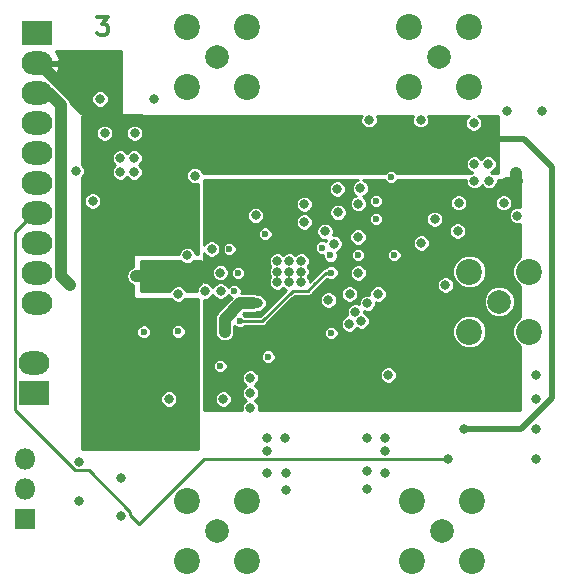
<source format=gbr>
G04 #@! TF.GenerationSoftware,KiCad,Pcbnew,5.0.2-bee76a0~70~ubuntu18.04.1*
G04 #@! TF.CreationDate,2019-01-26T17:59:04+01:00*
G04 #@! TF.ProjectId,adf5355,61646635-3335-4352-9e6b-696361645f70,rev?*
G04 #@! TF.SameCoordinates,Original*
G04 #@! TF.FileFunction,Copper,L3,Inr*
G04 #@! TF.FilePolarity,Positive*
%FSLAX46Y46*%
G04 Gerber Fmt 4.6, Leading zero omitted, Abs format (unit mm)*
G04 Created by KiCad (PCBNEW 5.0.2-bee76a0~70~ubuntu18.04.1) date lör 26 jan 2019 17:59:04*
%MOMM*%
%LPD*%
G01*
G04 APERTURE LIST*
G04 #@! TA.AperFunction,NonConductor*
%ADD10C,0.300000*%
G04 #@! TD*
G04 #@! TA.AperFunction,ViaPad*
%ADD11C,2.000000*%
G04 #@! TD*
G04 #@! TA.AperFunction,ViaPad*
%ADD12C,2.200000*%
G04 #@! TD*
G04 #@! TA.AperFunction,ViaPad*
%ADD13O,2.600000X2.000000*%
G04 #@! TD*
G04 #@! TA.AperFunction,ViaPad*
%ADD14R,2.600000X2.000000*%
G04 #@! TD*
G04 #@! TA.AperFunction,ViaPad*
%ADD15O,1.800000X1.800000*%
G04 #@! TD*
G04 #@! TA.AperFunction,ViaPad*
%ADD16R,1.800000X1.800000*%
G04 #@! TD*
G04 #@! TA.AperFunction,ViaPad*
%ADD17C,0.800000*%
G04 #@! TD*
G04 #@! TA.AperFunction,ViaPad*
%ADD18C,0.600000*%
G04 #@! TD*
G04 #@! TA.AperFunction,Conductor*
%ADD19C,0.500000*%
G04 #@! TD*
G04 #@! TA.AperFunction,Conductor*
%ADD20C,1.000000*%
G04 #@! TD*
G04 #@! TA.AperFunction,Conductor*
%ADD21C,0.250000*%
G04 #@! TD*
G04 #@! TA.AperFunction,Conductor*
%ADD22C,0.254000*%
G04 #@! TD*
G04 APERTURE END LIST*
D10*
X92972000Y-79442571D02*
X93900571Y-79442571D01*
X93400571Y-80014000D01*
X93614857Y-80014000D01*
X93757714Y-80085428D01*
X93829142Y-80156857D01*
X93900571Y-80299714D01*
X93900571Y-80656857D01*
X93829142Y-80799714D01*
X93757714Y-80871142D01*
X93614857Y-80942571D01*
X93186285Y-80942571D01*
X93043428Y-80871142D01*
X92972000Y-80799714D01*
D11*
G04 #@! TO.N,/REF+*
G04 #@! TO.C,J1*
X103124000Y-82804000D03*
D12*
G04 #@! TO.N,GND*
X105664000Y-85344000D03*
X105664000Y-80264000D03*
X100584000Y-80264000D03*
X100584000Y-85344000D03*
G04 #@! TD*
D11*
G04 #@! TO.N,Net-(C33-Pad1)*
G04 #@! TO.C,J2*
X127000000Y-103505000D03*
D12*
G04 #@! TO.N,GND*
X129540000Y-106045000D03*
X129540000Y-100965000D03*
X124460000Y-100965000D03*
X124460000Y-106045000D03*
G04 #@! TD*
D11*
G04 #@! TO.N,Net-(C34-Pad1)*
G04 #@! TO.C,J3*
X103124000Y-122936000D03*
D12*
G04 #@! TO.N,GND*
X105664000Y-125476000D03*
X105664000Y-120396000D03*
X100584000Y-120396000D03*
X100584000Y-125476000D03*
G04 #@! TD*
G04 #@! TO.N,GND*
G04 #@! TO.C,J4*
X119380000Y-85344000D03*
X119380000Y-80264000D03*
X124460000Y-80264000D03*
X124460000Y-85344000D03*
D11*
G04 #@! TO.N,/REF-*
X121920000Y-82804000D03*
G04 #@! TD*
D12*
G04 #@! TO.N,GND*
G04 #@! TO.C,J5*
X119634000Y-125476000D03*
X119634000Y-120396000D03*
X124714000Y-120396000D03*
X124714000Y-125476000D03*
D11*
G04 #@! TO.N,Net-(C41-Pad1)*
X122174000Y-122936000D03*
G04 #@! TD*
D13*
G04 #@! TO.N,GND*
G04 #@! TO.C,J6*
X87630000Y-108712000D03*
D14*
G04 #@! TO.N,/VIN*
X87630000Y-111252000D03*
G04 #@! TD*
D13*
G04 #@! TO.N,GND*
G04 #@! TO.C,J7*
X87884000Y-103632000D03*
G04 #@! TO.N,/CE*
X87884000Y-101092000D03*
G04 #@! TO.N,/LE*
X87884000Y-98552000D03*
G04 #@! TO.N,/MUX*
X87884000Y-96012000D03*
G04 #@! TO.N,/DATA*
X87884000Y-93472000D03*
G04 #@! TO.N,/CLK*
X87884000Y-90932000D03*
G04 #@! TO.N,/3V3*
X87884000Y-88392000D03*
G04 #@! TO.N,/5V*
X87884000Y-85852000D03*
G04 #@! TO.N,/6V*
X87884000Y-83312000D03*
D14*
G04 #@! TO.N,/VIN*
X87884000Y-80772000D03*
G04 #@! TD*
D15*
G04 #@! TO.N,/6V*
G04 #@! TO.C,U1*
X86868000Y-116840000D03*
G04 #@! TO.N,GND*
X86868000Y-119380000D03*
D16*
G04 #@! TO.N,/VIN*
X86868000Y-121920000D03*
G04 #@! TD*
D17*
G04 #@! TO.N,GND*
X110236000Y-101854000D03*
X109220000Y-101854000D03*
X108204000Y-100076000D03*
X108204000Y-100965000D03*
X110236000Y-100965000D03*
X109220000Y-100965000D03*
X108204000Y-101854000D03*
X110236000Y-100076000D03*
X109220000Y-100076000D03*
D18*
X118110000Y-99568000D03*
D17*
X120396000Y-98552000D03*
D18*
X115050000Y-99568000D03*
X116574000Y-96520000D03*
X116574000Y-94996000D03*
D17*
X100584000Y-99592000D03*
X102640000Y-99060000D03*
X103405998Y-102616000D03*
X102108000Y-102616000D03*
X130132000Y-109728000D03*
X130132000Y-111760000D03*
X130132000Y-114300000D03*
X130132000Y-116840000D03*
X122442000Y-102108000D03*
X105930000Y-112522000D03*
X105930000Y-111252000D03*
X105918000Y-109982000D03*
X99032000Y-111760000D03*
X94996000Y-118408000D03*
X91440000Y-120428000D03*
X91440000Y-117078000D03*
X94996000Y-121644000D03*
X124888500Y-93288002D03*
X126127720Y-93264083D03*
X126063500Y-91868500D03*
X124888500Y-91868500D03*
X128524000Y-96227900D03*
X121539000Y-96534000D03*
X130647700Y-87376000D03*
X127381000Y-95156000D03*
X123468000Y-97536000D03*
X115976400Y-88124000D03*
X120345200Y-88124000D03*
X96091500Y-91360500D03*
X94916500Y-91360500D03*
X94916500Y-92535500D03*
X96091500Y-92535500D03*
X93599000Y-89248000D03*
X93204000Y-86360000D03*
X101219000Y-92837000D03*
X92583000Y-94996000D03*
X115062000Y-101092000D03*
X110490000Y-95262000D03*
X106374817Y-96218124D03*
X116741998Y-102870000D03*
X114327998Y-102870000D03*
X115316000Y-105156000D03*
X114808000Y-104394000D03*
X114300000Y-105410000D03*
X103378000Y-101067001D03*
X113355316Y-95956316D03*
X115824000Y-119380000D03*
X117348000Y-117983000D03*
X117336000Y-115062000D03*
X108966000Y-119495000D03*
X107315000Y-117983000D03*
X107339000Y-115050000D03*
X115050000Y-98044000D03*
G04 #@! TO.N,/6V*
X98298000Y-94996000D03*
X119438998Y-91440000D03*
X123571000Y-89756000D03*
X94996000Y-114808000D03*
X124018000Y-114300000D03*
D18*
G04 #@! TO.N,/3V3*
X104140000Y-99060000D03*
X117856000Y-92964000D03*
X112776000Y-106172000D03*
X107442000Y-108184000D03*
X104140000Y-99060000D03*
D17*
X96139000Y-89248000D03*
X103632000Y-111760000D03*
X110490000Y-96770002D03*
X117602000Y-109728000D03*
X99822000Y-102870000D03*
X115243001Y-93920999D03*
D18*
X104878000Y-101092000D03*
D17*
X108839000Y-115050000D03*
X107315000Y-116195000D03*
X108966000Y-117995000D03*
X115836000Y-115062000D03*
X117348000Y-116195000D03*
X115824000Y-117880000D03*
D18*
G04 #@! TO.N,Net-(C25-Pad1)*
X107188000Y-97778000D03*
D17*
G04 #@! TO.N,Net-(C27-Pad1)*
X97804000Y-86360000D03*
G04 #@! TO.N,Net-(C28-Pad1)*
X115074000Y-95230002D03*
X112245670Y-97558330D03*
G04 #@! TO.N,/5V*
X117842000Y-102108000D03*
X124018000Y-111760000D03*
D18*
X112547400Y-101968300D03*
D17*
X124841000Y-95156000D03*
X128440000Y-92627900D03*
X96286000Y-101346000D03*
X90678000Y-102108000D03*
G04 #@! TO.N,Net-(C39-Pad1)*
X127647700Y-87376000D03*
G04 #@! TO.N,Net-(C42-Pad1)*
X123571000Y-95156000D03*
D18*
G04 #@! TO.N,Net-(C50-Pad1)*
X112713645Y-99590000D03*
G04 #@! TO.N,Net-(C53-Pad1)*
X112026000Y-98933000D03*
D17*
X113013590Y-98608710D03*
G04 #@! TO.N,/MUX*
X91186000Y-92456000D03*
X122682000Y-116840000D03*
G04 #@! TO.N,Net-(R4-Pad1)*
X124841000Y-88392000D03*
D18*
G04 #@! TO.N,Net-(R9-Pad1)*
X105029000Y-105156000D03*
X112775974Y-101062099D03*
D17*
G04 #@! TO.N,Net-(R15-Pad1)*
X113284000Y-93980000D03*
D18*
G04 #@! TO.N,Net-(C5-Pad1)*
X104556002Y-102616000D03*
D17*
G04 #@! TO.N,Net-(C58-Pad1)*
X112534000Y-103378000D03*
X115824000Y-103656000D03*
D18*
G04 #@! TO.N,GNDA*
X103747000Y-106045000D03*
X96901000Y-106069000D03*
X99822000Y-106033000D03*
X103378000Y-108966000D03*
D17*
X106592000Y-103632000D03*
G04 #@! TD*
D19*
G04 #@! TO.N,/6V*
X123571000Y-90231000D02*
X123571000Y-89756000D01*
X122362000Y-91440000D02*
X123571000Y-90231000D01*
X119438998Y-91440000D02*
X122362000Y-91440000D01*
X119038999Y-91040001D02*
X99205999Y-91040001D01*
X119438998Y-91440000D02*
X119038999Y-91040001D01*
X98298000Y-91948000D02*
X98298000Y-94996000D01*
X94996000Y-114808000D02*
X94996000Y-99822000D01*
X98298000Y-96520000D02*
X98298000Y-94996000D01*
X94996000Y-99822000D02*
X98298000Y-96520000D01*
D20*
X99060000Y-90540998D02*
X99060000Y-91186000D01*
X96667001Y-88147999D02*
X99060000Y-90540998D01*
X92884176Y-88147999D02*
X96667001Y-88147999D01*
X88048177Y-83312000D02*
X92884176Y-88147999D01*
X87884000Y-83312000D02*
X88048177Y-83312000D01*
D19*
X99060000Y-91186000D02*
X98298000Y-91948000D01*
X99205999Y-91040001D02*
X99060000Y-91186000D01*
X131497701Y-111652301D02*
X131497701Y-92127701D01*
X124018000Y-114300000D02*
X128850002Y-114300000D01*
X128850002Y-114300000D02*
X131497701Y-111652301D01*
X129126000Y-89756000D02*
X123571000Y-89756000D01*
X131497701Y-92127701D02*
X129126000Y-89756000D01*
G04 #@! TO.N,/5V*
X124868000Y-111760000D02*
X124968000Y-111660000D01*
X124018000Y-111760000D02*
X124868000Y-111760000D01*
X124968000Y-111660000D02*
X124968000Y-109982000D01*
X117842000Y-103108000D02*
X117842000Y-102108000D01*
X124716000Y-109982000D02*
X117842000Y-103108000D01*
X124968000Y-109982000D02*
X124716000Y-109982000D01*
D21*
X113684995Y-94913999D02*
X111215001Y-94913999D01*
X114725999Y-95955003D02*
X113684995Y-94913999D01*
X111215001Y-94913999D02*
X110838001Y-94536999D01*
X115422001Y-95955003D02*
X114725999Y-95955003D01*
X115756003Y-95621001D02*
X115422001Y-95955003D01*
X122962999Y-95621001D02*
X115756003Y-95621001D01*
X123522998Y-96181000D02*
X122962999Y-95621001D01*
X124291000Y-96181000D02*
X123522998Y-96181000D01*
X124841000Y-95631000D02*
X124291000Y-96181000D01*
X124841000Y-95156000D02*
X124841000Y-95631000D01*
D20*
X96286000Y-101346000D02*
X96411000Y-101346000D01*
D19*
X124841000Y-97421002D02*
X123456002Y-98806000D01*
X124841000Y-95156000D02*
X124841000Y-97421002D01*
X123456002Y-98806000D02*
X121412000Y-98806000D01*
X118842000Y-102108000D02*
X117842000Y-102108000D01*
X121412000Y-99538000D02*
X118842000Y-102108000D01*
X121412000Y-98806000D02*
X121412000Y-99538000D01*
D21*
X117702300Y-101968300D02*
X117842000Y-102108000D01*
X112547400Y-101968300D02*
X117702300Y-101968300D01*
D20*
X128440000Y-93193585D02*
X128524000Y-93277585D01*
X128440000Y-92627900D02*
X128440000Y-93193585D01*
D19*
X127603415Y-93193585D02*
X128440000Y-93193585D01*
X125641000Y-95156000D02*
X127603415Y-93193585D01*
X124841000Y-95156000D02*
X125641000Y-95156000D01*
D20*
X88891107Y-85852000D02*
X87884000Y-85852000D01*
X89884010Y-86844903D02*
X88891107Y-85852000D01*
X89884010Y-101314010D02*
X89884010Y-86844903D01*
X90678000Y-102108000D02*
X89884010Y-101314010D01*
D19*
X96286000Y-101346000D02*
X102108000Y-101346000D01*
D22*
X103592999Y-99861001D02*
X103592999Y-95211000D01*
X102108000Y-101346000D02*
X103592999Y-99861001D01*
X103592999Y-95211000D02*
X104267000Y-94536999D01*
D21*
X110838001Y-94536999D02*
X104267000Y-94536999D01*
G04 #@! TO.N,/MUX*
X102030998Y-116840000D02*
X96520000Y-122350998D01*
X122682000Y-116840000D02*
X102030998Y-116840000D01*
X87584000Y-96012000D02*
X87884000Y-96012000D01*
X86004990Y-112715992D02*
X86004990Y-97591010D01*
X91091999Y-117803001D02*
X86004990Y-112715992D01*
X92228003Y-117803001D02*
X91091999Y-117803001D01*
X95721001Y-121295999D02*
X92228003Y-117803001D01*
X95721001Y-121551999D02*
X95721001Y-121295999D01*
X86004990Y-97591010D02*
X87584000Y-96012000D01*
X96520000Y-122350998D02*
X95721001Y-121551999D01*
G04 #@! TO.N,Net-(R9-Pad1)*
X111358113Y-102055696D02*
X112351710Y-101062099D01*
X110832900Y-102590600D02*
X111358113Y-102055696D01*
X109499400Y-102590600D02*
X110832900Y-102590600D01*
X105029000Y-105156000D02*
X106934000Y-105156000D01*
X112351710Y-101062099D02*
X112775974Y-101062099D01*
X106934000Y-105156000D02*
X109499400Y-102590600D01*
D20*
G04 #@! TO.N,GNDA*
X103747000Y-104957998D02*
X103747000Y-106045000D01*
X103747000Y-104957998D02*
X105072998Y-103632000D01*
X105072998Y-103632000D02*
X106172000Y-103632000D01*
D21*
X106172000Y-103632000D02*
X106592000Y-103632000D01*
G04 #@! TD*
D22*
G04 #@! TO.N,/6V*
G36*
X115249400Y-87979391D02*
X115249400Y-88268609D01*
X115360079Y-88535813D01*
X115564587Y-88740321D01*
X115831791Y-88851000D01*
X116121009Y-88851000D01*
X116388213Y-88740321D01*
X116592721Y-88535813D01*
X116703400Y-88268609D01*
X116703400Y-87979391D01*
X116611283Y-87757000D01*
X119710317Y-87757000D01*
X119618200Y-87979391D01*
X119618200Y-88268609D01*
X119728879Y-88535813D01*
X119933387Y-88740321D01*
X120200591Y-88851000D01*
X120489809Y-88851000D01*
X120757013Y-88740321D01*
X120961521Y-88535813D01*
X121072200Y-88268609D01*
X121072200Y-87979391D01*
X120980083Y-87757000D01*
X124474282Y-87757000D01*
X124429187Y-87775679D01*
X124224679Y-87980187D01*
X124114000Y-88247391D01*
X124114000Y-88536609D01*
X124224679Y-88803813D01*
X124429187Y-89008321D01*
X124696391Y-89119000D01*
X124985609Y-89119000D01*
X125252813Y-89008321D01*
X125457321Y-88803813D01*
X125568000Y-88536609D01*
X125568000Y-88247391D01*
X125457321Y-87980187D01*
X125252813Y-87775679D01*
X125207718Y-87757000D01*
X126873000Y-87757000D01*
X126873000Y-92583000D01*
X126383183Y-92583000D01*
X126310735Y-92552991D01*
X126475313Y-92484821D01*
X126679821Y-92280313D01*
X126790500Y-92013109D01*
X126790500Y-91723891D01*
X126679821Y-91456687D01*
X126475313Y-91252179D01*
X126208109Y-91141500D01*
X125918891Y-91141500D01*
X125651687Y-91252179D01*
X125476000Y-91427866D01*
X125300313Y-91252179D01*
X125033109Y-91141500D01*
X124743891Y-91141500D01*
X124476687Y-91252179D01*
X124272179Y-91456687D01*
X124161500Y-91723891D01*
X124161500Y-92013109D01*
X124272179Y-92280313D01*
X124476687Y-92484821D01*
X124702248Y-92578251D01*
X124690783Y-92583000D01*
X118361712Y-92583000D01*
X118211167Y-92432455D01*
X117980718Y-92337000D01*
X117731282Y-92337000D01*
X117500833Y-92432455D01*
X117350288Y-92583000D01*
X101900689Y-92583000D01*
X101835321Y-92425187D01*
X101630813Y-92220679D01*
X101363609Y-92110000D01*
X101074391Y-92110000D01*
X100807187Y-92220679D01*
X100602679Y-92425187D01*
X100492000Y-92692391D01*
X100492000Y-92981609D01*
X100602679Y-93248813D01*
X100807187Y-93453321D01*
X101074391Y-93564000D01*
X101363609Y-93564000D01*
X101473000Y-93518689D01*
X101473000Y-99441000D01*
X101308353Y-99441000D01*
X101200321Y-99180187D01*
X100995813Y-98975679D01*
X100728609Y-98865000D01*
X100439391Y-98865000D01*
X100172187Y-98975679D01*
X99967679Y-99180187D01*
X99859647Y-99441000D01*
X96139000Y-99441000D01*
X96090399Y-99450667D01*
X96049197Y-99478197D01*
X96021667Y-99519399D01*
X96012000Y-99568000D01*
X96012000Y-100557301D01*
X95963321Y-100566984D01*
X95689767Y-100749767D01*
X95506984Y-101023321D01*
X95442799Y-101346000D01*
X95506984Y-101668679D01*
X95689767Y-101942233D01*
X95963321Y-102125016D01*
X96012000Y-102134699D01*
X96012000Y-103124000D01*
X96021667Y-103172601D01*
X96049197Y-103213803D01*
X96090399Y-103241333D01*
X96139000Y-103251000D01*
X99192916Y-103251000D01*
X99205679Y-103281813D01*
X99410187Y-103486321D01*
X99677391Y-103597000D01*
X99966609Y-103597000D01*
X100233813Y-103486321D01*
X100438321Y-103281813D01*
X100451084Y-103251000D01*
X101473000Y-103251000D01*
X101473000Y-115951000D01*
X91694000Y-115951000D01*
X91694000Y-111615391D01*
X98305000Y-111615391D01*
X98305000Y-111904609D01*
X98415679Y-112171813D01*
X98620187Y-112376321D01*
X98887391Y-112487000D01*
X99176609Y-112487000D01*
X99443813Y-112376321D01*
X99648321Y-112171813D01*
X99759000Y-111904609D01*
X99759000Y-111615391D01*
X99648321Y-111348187D01*
X99443813Y-111143679D01*
X99176609Y-111033000D01*
X98887391Y-111033000D01*
X98620187Y-111143679D01*
X98415679Y-111348187D01*
X98305000Y-111615391D01*
X91694000Y-111615391D01*
X91694000Y-105944282D01*
X96274000Y-105944282D01*
X96274000Y-106193718D01*
X96369455Y-106424167D01*
X96545833Y-106600545D01*
X96776282Y-106696000D01*
X97025718Y-106696000D01*
X97256167Y-106600545D01*
X97432545Y-106424167D01*
X97528000Y-106193718D01*
X97528000Y-105944282D01*
X97513089Y-105908282D01*
X99195000Y-105908282D01*
X99195000Y-106157718D01*
X99290455Y-106388167D01*
X99466833Y-106564545D01*
X99697282Y-106660000D01*
X99946718Y-106660000D01*
X100177167Y-106564545D01*
X100353545Y-106388167D01*
X100449000Y-106157718D01*
X100449000Y-105908282D01*
X100353545Y-105677833D01*
X100177167Y-105501455D01*
X99946718Y-105406000D01*
X99697282Y-105406000D01*
X99466833Y-105501455D01*
X99290455Y-105677833D01*
X99195000Y-105908282D01*
X97513089Y-105908282D01*
X97432545Y-105713833D01*
X97256167Y-105537455D01*
X97025718Y-105442000D01*
X96776282Y-105442000D01*
X96545833Y-105537455D01*
X96369455Y-105713833D01*
X96274000Y-105944282D01*
X91694000Y-105944282D01*
X91694000Y-94851391D01*
X91856000Y-94851391D01*
X91856000Y-95140609D01*
X91966679Y-95407813D01*
X92171187Y-95612321D01*
X92438391Y-95723000D01*
X92727609Y-95723000D01*
X92994813Y-95612321D01*
X93199321Y-95407813D01*
X93310000Y-95140609D01*
X93310000Y-94851391D01*
X93199321Y-94584187D01*
X92994813Y-94379679D01*
X92727609Y-94269000D01*
X92438391Y-94269000D01*
X92171187Y-94379679D01*
X91966679Y-94584187D01*
X91856000Y-94851391D01*
X91694000Y-94851391D01*
X91694000Y-92976134D01*
X91802321Y-92867813D01*
X91913000Y-92600609D01*
X91913000Y-92311391D01*
X91802321Y-92044187D01*
X91694000Y-91935866D01*
X91694000Y-91215891D01*
X94189500Y-91215891D01*
X94189500Y-91505109D01*
X94300179Y-91772313D01*
X94475866Y-91948000D01*
X94300179Y-92123687D01*
X94189500Y-92390891D01*
X94189500Y-92680109D01*
X94300179Y-92947313D01*
X94504687Y-93151821D01*
X94771891Y-93262500D01*
X95061109Y-93262500D01*
X95328313Y-93151821D01*
X95504000Y-92976134D01*
X95679687Y-93151821D01*
X95946891Y-93262500D01*
X96236109Y-93262500D01*
X96503313Y-93151821D01*
X96707821Y-92947313D01*
X96818500Y-92680109D01*
X96818500Y-92390891D01*
X96707821Y-92123687D01*
X96532134Y-91948000D01*
X96707821Y-91772313D01*
X96818500Y-91505109D01*
X96818500Y-91215891D01*
X96707821Y-90948687D01*
X96503313Y-90744179D01*
X96236109Y-90633500D01*
X95946891Y-90633500D01*
X95679687Y-90744179D01*
X95504000Y-90919866D01*
X95328313Y-90744179D01*
X95061109Y-90633500D01*
X94771891Y-90633500D01*
X94504687Y-90744179D01*
X94300179Y-90948687D01*
X94189500Y-91215891D01*
X91694000Y-91215891D01*
X91694000Y-89103391D01*
X92872000Y-89103391D01*
X92872000Y-89392609D01*
X92982679Y-89659813D01*
X93187187Y-89864321D01*
X93454391Y-89975000D01*
X93743609Y-89975000D01*
X94010813Y-89864321D01*
X94215321Y-89659813D01*
X94326000Y-89392609D01*
X94326000Y-89103391D01*
X95412000Y-89103391D01*
X95412000Y-89392609D01*
X95522679Y-89659813D01*
X95727187Y-89864321D01*
X95994391Y-89975000D01*
X96283609Y-89975000D01*
X96550813Y-89864321D01*
X96755321Y-89659813D01*
X96866000Y-89392609D01*
X96866000Y-89103391D01*
X96755321Y-88836187D01*
X96550813Y-88631679D01*
X96283609Y-88521000D01*
X95994391Y-88521000D01*
X95727187Y-88631679D01*
X95522679Y-88836187D01*
X95412000Y-89103391D01*
X94326000Y-89103391D01*
X94215321Y-88836187D01*
X94010813Y-88631679D01*
X93743609Y-88521000D01*
X93454391Y-88521000D01*
X93187187Y-88631679D01*
X92982679Y-88836187D01*
X92872000Y-89103391D01*
X91694000Y-89103391D01*
X91694000Y-87757000D01*
X115341517Y-87757000D01*
X115249400Y-87979391D01*
X115249400Y-87979391D01*
G37*
X115249400Y-87979391D02*
X115249400Y-88268609D01*
X115360079Y-88535813D01*
X115564587Y-88740321D01*
X115831791Y-88851000D01*
X116121009Y-88851000D01*
X116388213Y-88740321D01*
X116592721Y-88535813D01*
X116703400Y-88268609D01*
X116703400Y-87979391D01*
X116611283Y-87757000D01*
X119710317Y-87757000D01*
X119618200Y-87979391D01*
X119618200Y-88268609D01*
X119728879Y-88535813D01*
X119933387Y-88740321D01*
X120200591Y-88851000D01*
X120489809Y-88851000D01*
X120757013Y-88740321D01*
X120961521Y-88535813D01*
X121072200Y-88268609D01*
X121072200Y-87979391D01*
X120980083Y-87757000D01*
X124474282Y-87757000D01*
X124429187Y-87775679D01*
X124224679Y-87980187D01*
X124114000Y-88247391D01*
X124114000Y-88536609D01*
X124224679Y-88803813D01*
X124429187Y-89008321D01*
X124696391Y-89119000D01*
X124985609Y-89119000D01*
X125252813Y-89008321D01*
X125457321Y-88803813D01*
X125568000Y-88536609D01*
X125568000Y-88247391D01*
X125457321Y-87980187D01*
X125252813Y-87775679D01*
X125207718Y-87757000D01*
X126873000Y-87757000D01*
X126873000Y-92583000D01*
X126383183Y-92583000D01*
X126310735Y-92552991D01*
X126475313Y-92484821D01*
X126679821Y-92280313D01*
X126790500Y-92013109D01*
X126790500Y-91723891D01*
X126679821Y-91456687D01*
X126475313Y-91252179D01*
X126208109Y-91141500D01*
X125918891Y-91141500D01*
X125651687Y-91252179D01*
X125476000Y-91427866D01*
X125300313Y-91252179D01*
X125033109Y-91141500D01*
X124743891Y-91141500D01*
X124476687Y-91252179D01*
X124272179Y-91456687D01*
X124161500Y-91723891D01*
X124161500Y-92013109D01*
X124272179Y-92280313D01*
X124476687Y-92484821D01*
X124702248Y-92578251D01*
X124690783Y-92583000D01*
X118361712Y-92583000D01*
X118211167Y-92432455D01*
X117980718Y-92337000D01*
X117731282Y-92337000D01*
X117500833Y-92432455D01*
X117350288Y-92583000D01*
X101900689Y-92583000D01*
X101835321Y-92425187D01*
X101630813Y-92220679D01*
X101363609Y-92110000D01*
X101074391Y-92110000D01*
X100807187Y-92220679D01*
X100602679Y-92425187D01*
X100492000Y-92692391D01*
X100492000Y-92981609D01*
X100602679Y-93248813D01*
X100807187Y-93453321D01*
X101074391Y-93564000D01*
X101363609Y-93564000D01*
X101473000Y-93518689D01*
X101473000Y-99441000D01*
X101308353Y-99441000D01*
X101200321Y-99180187D01*
X100995813Y-98975679D01*
X100728609Y-98865000D01*
X100439391Y-98865000D01*
X100172187Y-98975679D01*
X99967679Y-99180187D01*
X99859647Y-99441000D01*
X96139000Y-99441000D01*
X96090399Y-99450667D01*
X96049197Y-99478197D01*
X96021667Y-99519399D01*
X96012000Y-99568000D01*
X96012000Y-100557301D01*
X95963321Y-100566984D01*
X95689767Y-100749767D01*
X95506984Y-101023321D01*
X95442799Y-101346000D01*
X95506984Y-101668679D01*
X95689767Y-101942233D01*
X95963321Y-102125016D01*
X96012000Y-102134699D01*
X96012000Y-103124000D01*
X96021667Y-103172601D01*
X96049197Y-103213803D01*
X96090399Y-103241333D01*
X96139000Y-103251000D01*
X99192916Y-103251000D01*
X99205679Y-103281813D01*
X99410187Y-103486321D01*
X99677391Y-103597000D01*
X99966609Y-103597000D01*
X100233813Y-103486321D01*
X100438321Y-103281813D01*
X100451084Y-103251000D01*
X101473000Y-103251000D01*
X101473000Y-115951000D01*
X91694000Y-115951000D01*
X91694000Y-111615391D01*
X98305000Y-111615391D01*
X98305000Y-111904609D01*
X98415679Y-112171813D01*
X98620187Y-112376321D01*
X98887391Y-112487000D01*
X99176609Y-112487000D01*
X99443813Y-112376321D01*
X99648321Y-112171813D01*
X99759000Y-111904609D01*
X99759000Y-111615391D01*
X99648321Y-111348187D01*
X99443813Y-111143679D01*
X99176609Y-111033000D01*
X98887391Y-111033000D01*
X98620187Y-111143679D01*
X98415679Y-111348187D01*
X98305000Y-111615391D01*
X91694000Y-111615391D01*
X91694000Y-105944282D01*
X96274000Y-105944282D01*
X96274000Y-106193718D01*
X96369455Y-106424167D01*
X96545833Y-106600545D01*
X96776282Y-106696000D01*
X97025718Y-106696000D01*
X97256167Y-106600545D01*
X97432545Y-106424167D01*
X97528000Y-106193718D01*
X97528000Y-105944282D01*
X97513089Y-105908282D01*
X99195000Y-105908282D01*
X99195000Y-106157718D01*
X99290455Y-106388167D01*
X99466833Y-106564545D01*
X99697282Y-106660000D01*
X99946718Y-106660000D01*
X100177167Y-106564545D01*
X100353545Y-106388167D01*
X100449000Y-106157718D01*
X100449000Y-105908282D01*
X100353545Y-105677833D01*
X100177167Y-105501455D01*
X99946718Y-105406000D01*
X99697282Y-105406000D01*
X99466833Y-105501455D01*
X99290455Y-105677833D01*
X99195000Y-105908282D01*
X97513089Y-105908282D01*
X97432545Y-105713833D01*
X97256167Y-105537455D01*
X97025718Y-105442000D01*
X96776282Y-105442000D01*
X96545833Y-105537455D01*
X96369455Y-105713833D01*
X96274000Y-105944282D01*
X91694000Y-105944282D01*
X91694000Y-94851391D01*
X91856000Y-94851391D01*
X91856000Y-95140609D01*
X91966679Y-95407813D01*
X92171187Y-95612321D01*
X92438391Y-95723000D01*
X92727609Y-95723000D01*
X92994813Y-95612321D01*
X93199321Y-95407813D01*
X93310000Y-95140609D01*
X93310000Y-94851391D01*
X93199321Y-94584187D01*
X92994813Y-94379679D01*
X92727609Y-94269000D01*
X92438391Y-94269000D01*
X92171187Y-94379679D01*
X91966679Y-94584187D01*
X91856000Y-94851391D01*
X91694000Y-94851391D01*
X91694000Y-92976134D01*
X91802321Y-92867813D01*
X91913000Y-92600609D01*
X91913000Y-92311391D01*
X91802321Y-92044187D01*
X91694000Y-91935866D01*
X91694000Y-91215891D01*
X94189500Y-91215891D01*
X94189500Y-91505109D01*
X94300179Y-91772313D01*
X94475866Y-91948000D01*
X94300179Y-92123687D01*
X94189500Y-92390891D01*
X94189500Y-92680109D01*
X94300179Y-92947313D01*
X94504687Y-93151821D01*
X94771891Y-93262500D01*
X95061109Y-93262500D01*
X95328313Y-93151821D01*
X95504000Y-92976134D01*
X95679687Y-93151821D01*
X95946891Y-93262500D01*
X96236109Y-93262500D01*
X96503313Y-93151821D01*
X96707821Y-92947313D01*
X96818500Y-92680109D01*
X96818500Y-92390891D01*
X96707821Y-92123687D01*
X96532134Y-91948000D01*
X96707821Y-91772313D01*
X96818500Y-91505109D01*
X96818500Y-91215891D01*
X96707821Y-90948687D01*
X96503313Y-90744179D01*
X96236109Y-90633500D01*
X95946891Y-90633500D01*
X95679687Y-90744179D01*
X95504000Y-90919866D01*
X95328313Y-90744179D01*
X95061109Y-90633500D01*
X94771891Y-90633500D01*
X94504687Y-90744179D01*
X94300179Y-90948687D01*
X94189500Y-91215891D01*
X91694000Y-91215891D01*
X91694000Y-89103391D01*
X92872000Y-89103391D01*
X92872000Y-89392609D01*
X92982679Y-89659813D01*
X93187187Y-89864321D01*
X93454391Y-89975000D01*
X93743609Y-89975000D01*
X94010813Y-89864321D01*
X94215321Y-89659813D01*
X94326000Y-89392609D01*
X94326000Y-89103391D01*
X95412000Y-89103391D01*
X95412000Y-89392609D01*
X95522679Y-89659813D01*
X95727187Y-89864321D01*
X95994391Y-89975000D01*
X96283609Y-89975000D01*
X96550813Y-89864321D01*
X96755321Y-89659813D01*
X96866000Y-89392609D01*
X96866000Y-89103391D01*
X96755321Y-88836187D01*
X96550813Y-88631679D01*
X96283609Y-88521000D01*
X95994391Y-88521000D01*
X95727187Y-88631679D01*
X95522679Y-88836187D01*
X95412000Y-89103391D01*
X94326000Y-89103391D01*
X94215321Y-88836187D01*
X94010813Y-88631679D01*
X93743609Y-88521000D01*
X93454391Y-88521000D01*
X93187187Y-88631679D01*
X92982679Y-88836187D01*
X92872000Y-89103391D01*
X91694000Y-89103391D01*
X91694000Y-87757000D01*
X115341517Y-87757000D01*
X115249400Y-87979391D01*
G04 #@! TO.N,/5V*
G36*
X114831188Y-93304678D02*
X114626680Y-93509186D01*
X114516001Y-93776390D01*
X114516001Y-94065608D01*
X114626680Y-94332812D01*
X114831188Y-94537320D01*
X114838864Y-94540499D01*
X114662187Y-94613681D01*
X114457679Y-94818189D01*
X114347000Y-95085393D01*
X114347000Y-95374611D01*
X114457679Y-95641815D01*
X114662187Y-95846323D01*
X114929391Y-95957002D01*
X115218609Y-95957002D01*
X115485813Y-95846323D01*
X115690321Y-95641815D01*
X115801000Y-95374611D01*
X115801000Y-95085393D01*
X115712313Y-94871282D01*
X115947000Y-94871282D01*
X115947000Y-95120718D01*
X116042455Y-95351167D01*
X116218833Y-95527545D01*
X116449282Y-95623000D01*
X116698718Y-95623000D01*
X116929167Y-95527545D01*
X117105545Y-95351167D01*
X117201000Y-95120718D01*
X117201000Y-95011391D01*
X122844000Y-95011391D01*
X122844000Y-95300609D01*
X122954679Y-95567813D01*
X123159187Y-95772321D01*
X123426391Y-95883000D01*
X123715609Y-95883000D01*
X123982813Y-95772321D01*
X124187321Y-95567813D01*
X124298000Y-95300609D01*
X124298000Y-95011391D01*
X126654000Y-95011391D01*
X126654000Y-95300609D01*
X126764679Y-95567813D01*
X126969187Y-95772321D01*
X127236391Y-95883000D01*
X127525609Y-95883000D01*
X127792813Y-95772321D01*
X127997321Y-95567813D01*
X128108000Y-95300609D01*
X128108000Y-95011391D01*
X127997321Y-94744187D01*
X127792813Y-94539679D01*
X127525609Y-94429000D01*
X127236391Y-94429000D01*
X126969187Y-94539679D01*
X126764679Y-94744187D01*
X126654000Y-95011391D01*
X124298000Y-95011391D01*
X124187321Y-94744187D01*
X123982813Y-94539679D01*
X123715609Y-94429000D01*
X123426391Y-94429000D01*
X123159187Y-94539679D01*
X122954679Y-94744187D01*
X122844000Y-95011391D01*
X117201000Y-95011391D01*
X117201000Y-94871282D01*
X117105545Y-94640833D01*
X116929167Y-94464455D01*
X116698718Y-94369000D01*
X116449282Y-94369000D01*
X116218833Y-94464455D01*
X116042455Y-94640833D01*
X115947000Y-94871282D01*
X115712313Y-94871282D01*
X115690321Y-94818189D01*
X115485813Y-94613681D01*
X115478137Y-94610502D01*
X115654814Y-94537320D01*
X115859322Y-94332812D01*
X115970001Y-94065608D01*
X115970001Y-93776390D01*
X115859322Y-93509186D01*
X115654814Y-93304678D01*
X115445554Y-93218000D01*
X117282550Y-93218000D01*
X117324455Y-93319167D01*
X117500833Y-93495545D01*
X117731282Y-93591000D01*
X117980718Y-93591000D01*
X118211167Y-93495545D01*
X118387545Y-93319167D01*
X118429450Y-93218000D01*
X124161500Y-93218000D01*
X124161500Y-93432611D01*
X124272179Y-93699815D01*
X124476687Y-93904323D01*
X124743891Y-94015002D01*
X125033109Y-94015002D01*
X125300313Y-93904323D01*
X125504821Y-93699815D01*
X125513753Y-93678250D01*
X125715907Y-93880404D01*
X125983111Y-93991083D01*
X126272329Y-93991083D01*
X126539533Y-93880404D01*
X126744041Y-93675896D01*
X126854720Y-93408692D01*
X126854720Y-93218000D01*
X128778000Y-93218000D01*
X128778000Y-95546211D01*
X128668609Y-95500900D01*
X128379391Y-95500900D01*
X128112187Y-95611579D01*
X127907679Y-95816087D01*
X127797000Y-96083291D01*
X127797000Y-96372509D01*
X127907679Y-96639713D01*
X128112187Y-96844221D01*
X128379391Y-96954900D01*
X128668609Y-96954900D01*
X128778000Y-96909589D01*
X128778000Y-99736056D01*
X128731669Y-99755247D01*
X128330247Y-100156669D01*
X128113000Y-100681152D01*
X128113000Y-101248848D01*
X128330247Y-101773331D01*
X128731669Y-102174753D01*
X128778000Y-102193944D01*
X128778000Y-104816056D01*
X128731669Y-104835247D01*
X128330247Y-105236669D01*
X128113000Y-105761152D01*
X128113000Y-106328848D01*
X128330247Y-106853331D01*
X128731669Y-107254753D01*
X128778000Y-107273944D01*
X128778000Y-112649000D01*
X106657000Y-112649000D01*
X106657000Y-112377391D01*
X106546321Y-112110187D01*
X106341813Y-111905679D01*
X106296718Y-111887000D01*
X106341813Y-111868321D01*
X106546321Y-111663813D01*
X106657000Y-111396609D01*
X106657000Y-111107391D01*
X106546321Y-110840187D01*
X106341813Y-110635679D01*
X106290718Y-110614515D01*
X106329813Y-110598321D01*
X106534321Y-110393813D01*
X106645000Y-110126609D01*
X106645000Y-109837391D01*
X106539791Y-109583391D01*
X116875000Y-109583391D01*
X116875000Y-109872609D01*
X116985679Y-110139813D01*
X117190187Y-110344321D01*
X117457391Y-110455000D01*
X117746609Y-110455000D01*
X118013813Y-110344321D01*
X118218321Y-110139813D01*
X118329000Y-109872609D01*
X118329000Y-109583391D01*
X118218321Y-109316187D01*
X118013813Y-109111679D01*
X117746609Y-109001000D01*
X117457391Y-109001000D01*
X117190187Y-109111679D01*
X116985679Y-109316187D01*
X116875000Y-109583391D01*
X106539791Y-109583391D01*
X106534321Y-109570187D01*
X106329813Y-109365679D01*
X106062609Y-109255000D01*
X105773391Y-109255000D01*
X105506187Y-109365679D01*
X105301679Y-109570187D01*
X105191000Y-109837391D01*
X105191000Y-110126609D01*
X105301679Y-110393813D01*
X105506187Y-110598321D01*
X105557282Y-110619485D01*
X105518187Y-110635679D01*
X105313679Y-110840187D01*
X105203000Y-111107391D01*
X105203000Y-111396609D01*
X105313679Y-111663813D01*
X105518187Y-111868321D01*
X105563282Y-111887000D01*
X105518187Y-111905679D01*
X105313679Y-112110187D01*
X105203000Y-112377391D01*
X105203000Y-112649000D01*
X101981000Y-112649000D01*
X101981000Y-111615391D01*
X102905000Y-111615391D01*
X102905000Y-111904609D01*
X103015679Y-112171813D01*
X103220187Y-112376321D01*
X103487391Y-112487000D01*
X103776609Y-112487000D01*
X104043813Y-112376321D01*
X104248321Y-112171813D01*
X104359000Y-111904609D01*
X104359000Y-111615391D01*
X104248321Y-111348187D01*
X104043813Y-111143679D01*
X103776609Y-111033000D01*
X103487391Y-111033000D01*
X103220187Y-111143679D01*
X103015679Y-111348187D01*
X102905000Y-111615391D01*
X101981000Y-111615391D01*
X101981000Y-108841282D01*
X102751000Y-108841282D01*
X102751000Y-109090718D01*
X102846455Y-109321167D01*
X103022833Y-109497545D01*
X103253282Y-109593000D01*
X103502718Y-109593000D01*
X103733167Y-109497545D01*
X103909545Y-109321167D01*
X104005000Y-109090718D01*
X104005000Y-108841282D01*
X103909545Y-108610833D01*
X103733167Y-108434455D01*
X103502718Y-108339000D01*
X103253282Y-108339000D01*
X103022833Y-108434455D01*
X102846455Y-108610833D01*
X102751000Y-108841282D01*
X101981000Y-108841282D01*
X101981000Y-108059282D01*
X106815000Y-108059282D01*
X106815000Y-108308718D01*
X106910455Y-108539167D01*
X107086833Y-108715545D01*
X107317282Y-108811000D01*
X107566718Y-108811000D01*
X107797167Y-108715545D01*
X107973545Y-108539167D01*
X108069000Y-108308718D01*
X108069000Y-108059282D01*
X107973545Y-107828833D01*
X107797167Y-107652455D01*
X107566718Y-107557000D01*
X107317282Y-107557000D01*
X107086833Y-107652455D01*
X106910455Y-107828833D01*
X106815000Y-108059282D01*
X101981000Y-108059282D01*
X101981000Y-103343000D01*
X102252609Y-103343000D01*
X102519813Y-103232321D01*
X102724321Y-103027813D01*
X102756999Y-102948921D01*
X102789677Y-103027813D01*
X102994185Y-103232321D01*
X103261389Y-103343000D01*
X103550607Y-103343000D01*
X103817811Y-103232321D01*
X104022319Y-103027813D01*
X104039536Y-102986246D01*
X104200835Y-103147545D01*
X104333109Y-103202335D01*
X103219819Y-104315626D01*
X103150767Y-104361765D01*
X102967984Y-104635320D01*
X102920000Y-104876551D01*
X102920000Y-104876554D01*
X102903800Y-104957998D01*
X102920000Y-105039442D01*
X102920001Y-106126448D01*
X102967985Y-106367679D01*
X103150768Y-106641233D01*
X103424322Y-106824016D01*
X103747000Y-106888201D01*
X104069679Y-106824016D01*
X104343233Y-106641233D01*
X104526016Y-106367679D01*
X104574000Y-106126448D01*
X104574000Y-106047282D01*
X112149000Y-106047282D01*
X112149000Y-106296718D01*
X112244455Y-106527167D01*
X112420833Y-106703545D01*
X112651282Y-106799000D01*
X112900718Y-106799000D01*
X113131167Y-106703545D01*
X113307545Y-106527167D01*
X113403000Y-106296718D01*
X113403000Y-106047282D01*
X113307545Y-105816833D01*
X113131167Y-105640455D01*
X112900718Y-105545000D01*
X112651282Y-105545000D01*
X112420833Y-105640455D01*
X112244455Y-105816833D01*
X112149000Y-106047282D01*
X104574000Y-106047282D01*
X104574000Y-105587712D01*
X104673833Y-105687545D01*
X104904282Y-105783000D01*
X105153718Y-105783000D01*
X105384167Y-105687545D01*
X105463712Y-105608000D01*
X106889482Y-105608000D01*
X106934000Y-105616855D01*
X106978518Y-105608000D01*
X107110362Y-105581775D01*
X107259874Y-105481874D01*
X107285093Y-105444131D01*
X107463833Y-105265391D01*
X113573000Y-105265391D01*
X113573000Y-105554609D01*
X113683679Y-105821813D01*
X113888187Y-106026321D01*
X114155391Y-106137000D01*
X114444609Y-106137000D01*
X114711813Y-106026321D01*
X114916321Y-105821813D01*
X114932042Y-105783859D01*
X115171391Y-105883000D01*
X115460609Y-105883000D01*
X115727813Y-105772321D01*
X115738982Y-105761152D01*
X123033000Y-105761152D01*
X123033000Y-106328848D01*
X123250247Y-106853331D01*
X123651669Y-107254753D01*
X124176152Y-107472000D01*
X124743848Y-107472000D01*
X125268331Y-107254753D01*
X125669753Y-106853331D01*
X125887000Y-106328848D01*
X125887000Y-105761152D01*
X125669753Y-105236669D01*
X125268331Y-104835247D01*
X124743848Y-104618000D01*
X124176152Y-104618000D01*
X123651669Y-104835247D01*
X123250247Y-105236669D01*
X123033000Y-105761152D01*
X115738982Y-105761152D01*
X115932321Y-105567813D01*
X116043000Y-105300609D01*
X116043000Y-105011391D01*
X115932321Y-104744187D01*
X115727813Y-104539679D01*
X115535000Y-104459814D01*
X115535000Y-104323192D01*
X115679391Y-104383000D01*
X115968609Y-104383000D01*
X116235813Y-104272321D01*
X116440321Y-104067813D01*
X116551000Y-103800609D01*
X116551000Y-103577785D01*
X116597389Y-103597000D01*
X116886607Y-103597000D01*
X117153811Y-103486321D01*
X117358319Y-103281813D01*
X117375206Y-103241043D01*
X125673000Y-103241043D01*
X125673000Y-103768957D01*
X125875024Y-104256685D01*
X126248315Y-104629976D01*
X126736043Y-104832000D01*
X127263957Y-104832000D01*
X127751685Y-104629976D01*
X128124976Y-104256685D01*
X128327000Y-103768957D01*
X128327000Y-103241043D01*
X128124976Y-102753315D01*
X127751685Y-102380024D01*
X127263957Y-102178000D01*
X126736043Y-102178000D01*
X126248315Y-102380024D01*
X125875024Y-102753315D01*
X125673000Y-103241043D01*
X117375206Y-103241043D01*
X117468998Y-103014609D01*
X117468998Y-102725391D01*
X117358319Y-102458187D01*
X117153811Y-102253679D01*
X116886607Y-102143000D01*
X116597389Y-102143000D01*
X116330185Y-102253679D01*
X116125677Y-102458187D01*
X116014998Y-102725391D01*
X116014998Y-102948215D01*
X115968609Y-102929000D01*
X115679391Y-102929000D01*
X115412187Y-103039679D01*
X115207679Y-103244187D01*
X115097000Y-103511391D01*
X115097000Y-103726808D01*
X114952609Y-103667000D01*
X114663391Y-103667000D01*
X114396187Y-103777679D01*
X114191679Y-103982187D01*
X114081000Y-104249391D01*
X114081000Y-104538609D01*
X114142944Y-104688156D01*
X113888187Y-104793679D01*
X113683679Y-104998187D01*
X113573000Y-105265391D01*
X107463833Y-105265391D01*
X109495833Y-103233391D01*
X111807000Y-103233391D01*
X111807000Y-103522609D01*
X111917679Y-103789813D01*
X112122187Y-103994321D01*
X112389391Y-104105000D01*
X112678609Y-104105000D01*
X112945813Y-103994321D01*
X113150321Y-103789813D01*
X113261000Y-103522609D01*
X113261000Y-103233391D01*
X113150321Y-102966187D01*
X112945813Y-102761679D01*
X112858206Y-102725391D01*
X113600998Y-102725391D01*
X113600998Y-103014609D01*
X113711677Y-103281813D01*
X113916185Y-103486321D01*
X114183389Y-103597000D01*
X114472607Y-103597000D01*
X114739811Y-103486321D01*
X114944319Y-103281813D01*
X115054998Y-103014609D01*
X115054998Y-102725391D01*
X114944319Y-102458187D01*
X114739811Y-102253679D01*
X114472607Y-102143000D01*
X114183389Y-102143000D01*
X113916185Y-102253679D01*
X113711677Y-102458187D01*
X113600998Y-102725391D01*
X112858206Y-102725391D01*
X112678609Y-102651000D01*
X112389391Y-102651000D01*
X112122187Y-102761679D01*
X111917679Y-102966187D01*
X111807000Y-103233391D01*
X109495833Y-103233391D01*
X109686624Y-103042600D01*
X110790466Y-103042600D01*
X110837112Y-103051436D01*
X110923098Y-103033514D01*
X111009262Y-103016375D01*
X111011047Y-103015183D01*
X111013146Y-103014745D01*
X111085649Y-102965335D01*
X111158774Y-102916474D01*
X111185153Y-102876995D01*
X111679245Y-102373788D01*
X112089642Y-101963391D01*
X121715000Y-101963391D01*
X121715000Y-102252609D01*
X121825679Y-102519813D01*
X122030187Y-102724321D01*
X122297391Y-102835000D01*
X122586609Y-102835000D01*
X122853813Y-102724321D01*
X123058321Y-102519813D01*
X123169000Y-102252609D01*
X123169000Y-101963391D01*
X123058321Y-101696187D01*
X122853813Y-101491679D01*
X122586609Y-101381000D01*
X122297391Y-101381000D01*
X122030187Y-101491679D01*
X121825679Y-101696187D01*
X121715000Y-101963391D01*
X112089642Y-101963391D01*
X112448089Y-101604944D01*
X112651256Y-101689099D01*
X112900692Y-101689099D01*
X113131141Y-101593644D01*
X113307519Y-101417266D01*
X113402974Y-101186817D01*
X113402974Y-100947391D01*
X114335000Y-100947391D01*
X114335000Y-101236609D01*
X114445679Y-101503813D01*
X114650187Y-101708321D01*
X114917391Y-101819000D01*
X115206609Y-101819000D01*
X115473813Y-101708321D01*
X115678321Y-101503813D01*
X115789000Y-101236609D01*
X115789000Y-100947391D01*
X115678721Y-100681152D01*
X123033000Y-100681152D01*
X123033000Y-101248848D01*
X123250247Y-101773331D01*
X123651669Y-102174753D01*
X124176152Y-102392000D01*
X124743848Y-102392000D01*
X125268331Y-102174753D01*
X125669753Y-101773331D01*
X125887000Y-101248848D01*
X125887000Y-100681152D01*
X125669753Y-100156669D01*
X125268331Y-99755247D01*
X124743848Y-99538000D01*
X124176152Y-99538000D01*
X123651669Y-99755247D01*
X123250247Y-100156669D01*
X123033000Y-100681152D01*
X115678721Y-100681152D01*
X115678321Y-100680187D01*
X115473813Y-100475679D01*
X115206609Y-100365000D01*
X114917391Y-100365000D01*
X114650187Y-100475679D01*
X114445679Y-100680187D01*
X114335000Y-100947391D01*
X113402974Y-100947391D01*
X113402974Y-100937381D01*
X113307519Y-100706932D01*
X113131141Y-100530554D01*
X112900692Y-100435099D01*
X112651256Y-100435099D01*
X112420807Y-100530554D01*
X112349722Y-100601639D01*
X112307193Y-100610099D01*
X112307192Y-100610099D01*
X112175348Y-100636324D01*
X112025836Y-100736225D01*
X112000617Y-100773968D01*
X111068506Y-101706079D01*
X111066782Y-101707254D01*
X111037031Y-101737554D01*
X111007022Y-101767563D01*
X111005864Y-101769296D01*
X110963000Y-101812951D01*
X110963000Y-101709391D01*
X110852321Y-101442187D01*
X110819634Y-101409500D01*
X110852321Y-101376813D01*
X110963000Y-101109609D01*
X110963000Y-100820391D01*
X110852321Y-100553187D01*
X110819634Y-100520500D01*
X110852321Y-100487813D01*
X110963000Y-100220609D01*
X110963000Y-99931391D01*
X110852321Y-99664187D01*
X110647813Y-99459679D01*
X110380609Y-99349000D01*
X110091391Y-99349000D01*
X109824187Y-99459679D01*
X109728000Y-99555866D01*
X109631813Y-99459679D01*
X109364609Y-99349000D01*
X109075391Y-99349000D01*
X108808187Y-99459679D01*
X108712000Y-99555866D01*
X108615813Y-99459679D01*
X108348609Y-99349000D01*
X108059391Y-99349000D01*
X107792187Y-99459679D01*
X107587679Y-99664187D01*
X107477000Y-99931391D01*
X107477000Y-100220609D01*
X107587679Y-100487813D01*
X107620366Y-100520500D01*
X107587679Y-100553187D01*
X107477000Y-100820391D01*
X107477000Y-101109609D01*
X107587679Y-101376813D01*
X107620366Y-101409500D01*
X107587679Y-101442187D01*
X107477000Y-101709391D01*
X107477000Y-101998609D01*
X107587679Y-102265813D01*
X107792187Y-102470321D01*
X108059391Y-102581000D01*
X108348609Y-102581000D01*
X108615813Y-102470321D01*
X108712000Y-102374134D01*
X108808187Y-102470321D01*
X108929999Y-102520777D01*
X106746776Y-104704000D01*
X105463712Y-104704000D01*
X105384167Y-104624455D01*
X105289365Y-104585187D01*
X105415553Y-104459000D01*
X106253448Y-104459000D01*
X106494679Y-104411016D01*
X106572526Y-104359000D01*
X106736609Y-104359000D01*
X107003813Y-104248321D01*
X107208321Y-104043813D01*
X107319000Y-103776609D01*
X107319000Y-103487391D01*
X107208321Y-103220187D01*
X107003813Y-103015679D01*
X106736609Y-102905000D01*
X106572526Y-102905000D01*
X106494679Y-102852984D01*
X106253448Y-102805000D01*
X105156376Y-102805000D01*
X105183002Y-102740718D01*
X105183002Y-102491282D01*
X105087547Y-102260833D01*
X104911169Y-102084455D01*
X104680720Y-101989000D01*
X104431284Y-101989000D01*
X104200835Y-102084455D01*
X104039536Y-102245754D01*
X104022319Y-102204187D01*
X103817811Y-101999679D01*
X103550607Y-101889000D01*
X103261389Y-101889000D01*
X102994185Y-101999679D01*
X102789677Y-102204187D01*
X102756999Y-102283079D01*
X102724321Y-102204187D01*
X102519813Y-101999679D01*
X102252609Y-101889000D01*
X101981000Y-101889000D01*
X101981000Y-100922392D01*
X102651000Y-100922392D01*
X102651000Y-101211610D01*
X102761679Y-101478814D01*
X102966187Y-101683322D01*
X103233391Y-101794001D01*
X103522609Y-101794001D01*
X103789813Y-101683322D01*
X103994321Y-101478814D01*
X104105000Y-101211610D01*
X104105000Y-100967282D01*
X104251000Y-100967282D01*
X104251000Y-101216718D01*
X104346455Y-101447167D01*
X104522833Y-101623545D01*
X104753282Y-101719000D01*
X105002718Y-101719000D01*
X105233167Y-101623545D01*
X105409545Y-101447167D01*
X105505000Y-101216718D01*
X105505000Y-100967282D01*
X105409545Y-100736833D01*
X105233167Y-100560455D01*
X105002718Y-100465000D01*
X104753282Y-100465000D01*
X104522833Y-100560455D01*
X104346455Y-100736833D01*
X104251000Y-100967282D01*
X104105000Y-100967282D01*
X104105000Y-100922392D01*
X103994321Y-100655188D01*
X103789813Y-100450680D01*
X103522609Y-100340001D01*
X103233391Y-100340001D01*
X102966187Y-100450680D01*
X102761679Y-100655188D01*
X102651000Y-100922392D01*
X101981000Y-100922392D01*
X101981000Y-99368776D01*
X102023679Y-99471813D01*
X102228187Y-99676321D01*
X102495391Y-99787000D01*
X102784609Y-99787000D01*
X103051813Y-99676321D01*
X103256321Y-99471813D01*
X103367000Y-99204609D01*
X103367000Y-98935282D01*
X103513000Y-98935282D01*
X103513000Y-99184718D01*
X103608455Y-99415167D01*
X103784833Y-99591545D01*
X104015282Y-99687000D01*
X104264718Y-99687000D01*
X104495167Y-99591545D01*
X104671545Y-99415167D01*
X104767000Y-99184718D01*
X104767000Y-98935282D01*
X104714395Y-98808282D01*
X111399000Y-98808282D01*
X111399000Y-99057718D01*
X111494455Y-99288167D01*
X111670833Y-99464545D01*
X111901282Y-99560000D01*
X112086645Y-99560000D01*
X112086645Y-99714718D01*
X112182100Y-99945167D01*
X112358478Y-100121545D01*
X112588927Y-100217000D01*
X112838363Y-100217000D01*
X113068812Y-100121545D01*
X113245190Y-99945167D01*
X113340645Y-99714718D01*
X113340645Y-99465282D01*
X113331533Y-99443282D01*
X114423000Y-99443282D01*
X114423000Y-99692718D01*
X114518455Y-99923167D01*
X114694833Y-100099545D01*
X114925282Y-100195000D01*
X115174718Y-100195000D01*
X115405167Y-100099545D01*
X115581545Y-99923167D01*
X115677000Y-99692718D01*
X115677000Y-99443282D01*
X117483000Y-99443282D01*
X117483000Y-99692718D01*
X117578455Y-99923167D01*
X117754833Y-100099545D01*
X117985282Y-100195000D01*
X118234718Y-100195000D01*
X118465167Y-100099545D01*
X118641545Y-99923167D01*
X118737000Y-99692718D01*
X118737000Y-99443282D01*
X118641545Y-99212833D01*
X118465167Y-99036455D01*
X118234718Y-98941000D01*
X117985282Y-98941000D01*
X117754833Y-99036455D01*
X117578455Y-99212833D01*
X117483000Y-99443282D01*
X115677000Y-99443282D01*
X115581545Y-99212833D01*
X115405167Y-99036455D01*
X115174718Y-98941000D01*
X114925282Y-98941000D01*
X114694833Y-99036455D01*
X114518455Y-99212833D01*
X114423000Y-99443282D01*
X113331533Y-99443282D01*
X113268116Y-99290181D01*
X113425403Y-99225031D01*
X113629911Y-99020523D01*
X113740590Y-98753319D01*
X113740590Y-98464101D01*
X113629911Y-98196897D01*
X113425403Y-97992389D01*
X113200885Y-97899391D01*
X114323000Y-97899391D01*
X114323000Y-98188609D01*
X114433679Y-98455813D01*
X114638187Y-98660321D01*
X114905391Y-98771000D01*
X115194609Y-98771000D01*
X115461813Y-98660321D01*
X115666321Y-98455813D01*
X115686377Y-98407391D01*
X119669000Y-98407391D01*
X119669000Y-98696609D01*
X119779679Y-98963813D01*
X119984187Y-99168321D01*
X120251391Y-99279000D01*
X120540609Y-99279000D01*
X120807813Y-99168321D01*
X121012321Y-98963813D01*
X121123000Y-98696609D01*
X121123000Y-98407391D01*
X121012321Y-98140187D01*
X120807813Y-97935679D01*
X120540609Y-97825000D01*
X120251391Y-97825000D01*
X119984187Y-97935679D01*
X119779679Y-98140187D01*
X119669000Y-98407391D01*
X115686377Y-98407391D01*
X115777000Y-98188609D01*
X115777000Y-97899391D01*
X115666321Y-97632187D01*
X115461813Y-97427679D01*
X115374206Y-97391391D01*
X122741000Y-97391391D01*
X122741000Y-97680609D01*
X122851679Y-97947813D01*
X123056187Y-98152321D01*
X123323391Y-98263000D01*
X123612609Y-98263000D01*
X123879813Y-98152321D01*
X124084321Y-97947813D01*
X124195000Y-97680609D01*
X124195000Y-97391391D01*
X124084321Y-97124187D01*
X123879813Y-96919679D01*
X123612609Y-96809000D01*
X123323391Y-96809000D01*
X123056187Y-96919679D01*
X122851679Y-97124187D01*
X122741000Y-97391391D01*
X115374206Y-97391391D01*
X115194609Y-97317000D01*
X114905391Y-97317000D01*
X114638187Y-97427679D01*
X114433679Y-97632187D01*
X114323000Y-97899391D01*
X113200885Y-97899391D01*
X113158199Y-97881710D01*
X112898621Y-97881710D01*
X112972670Y-97702939D01*
X112972670Y-97413721D01*
X112861991Y-97146517D01*
X112657483Y-96942009D01*
X112390279Y-96831330D01*
X112101061Y-96831330D01*
X111833857Y-96942009D01*
X111629349Y-97146517D01*
X111518670Y-97413721D01*
X111518670Y-97702939D01*
X111629349Y-97970143D01*
X111833857Y-98174651D01*
X112101061Y-98285330D01*
X112360639Y-98285330D01*
X112322589Y-98377191D01*
X112150718Y-98306000D01*
X111901282Y-98306000D01*
X111670833Y-98401455D01*
X111494455Y-98577833D01*
X111399000Y-98808282D01*
X104714395Y-98808282D01*
X104671545Y-98704833D01*
X104495167Y-98528455D01*
X104264718Y-98433000D01*
X104015282Y-98433000D01*
X103784833Y-98528455D01*
X103608455Y-98704833D01*
X103513000Y-98935282D01*
X103367000Y-98935282D01*
X103367000Y-98915391D01*
X103256321Y-98648187D01*
X103051813Y-98443679D01*
X102784609Y-98333000D01*
X102495391Y-98333000D01*
X102228187Y-98443679D01*
X102023679Y-98648187D01*
X101981000Y-98751224D01*
X101981000Y-97653282D01*
X106561000Y-97653282D01*
X106561000Y-97902718D01*
X106656455Y-98133167D01*
X106832833Y-98309545D01*
X107063282Y-98405000D01*
X107312718Y-98405000D01*
X107543167Y-98309545D01*
X107719545Y-98133167D01*
X107815000Y-97902718D01*
X107815000Y-97653282D01*
X107719545Y-97422833D01*
X107543167Y-97246455D01*
X107312718Y-97151000D01*
X107063282Y-97151000D01*
X106832833Y-97246455D01*
X106656455Y-97422833D01*
X106561000Y-97653282D01*
X101981000Y-97653282D01*
X101981000Y-96073515D01*
X105647817Y-96073515D01*
X105647817Y-96362733D01*
X105758496Y-96629937D01*
X105963004Y-96834445D01*
X106230208Y-96945124D01*
X106519426Y-96945124D01*
X106786630Y-96834445D01*
X106991138Y-96629937D01*
X106993020Y-96625393D01*
X109763000Y-96625393D01*
X109763000Y-96914611D01*
X109873679Y-97181815D01*
X110078187Y-97386323D01*
X110345391Y-97497002D01*
X110634609Y-97497002D01*
X110901813Y-97386323D01*
X111106321Y-97181815D01*
X111217000Y-96914611D01*
X111217000Y-96625393D01*
X111106321Y-96358189D01*
X110901813Y-96153681D01*
X110634609Y-96043002D01*
X110345391Y-96043002D01*
X110078187Y-96153681D01*
X109873679Y-96358189D01*
X109763000Y-96625393D01*
X106993020Y-96625393D01*
X107101817Y-96362733D01*
X107101817Y-96073515D01*
X106991138Y-95806311D01*
X106786630Y-95601803D01*
X106519426Y-95491124D01*
X106230208Y-95491124D01*
X105963004Y-95601803D01*
X105758496Y-95806311D01*
X105647817Y-96073515D01*
X101981000Y-96073515D01*
X101981000Y-95117391D01*
X109763000Y-95117391D01*
X109763000Y-95406609D01*
X109873679Y-95673813D01*
X110078187Y-95878321D01*
X110345391Y-95989000D01*
X110634609Y-95989000D01*
X110901813Y-95878321D01*
X110968427Y-95811707D01*
X112628316Y-95811707D01*
X112628316Y-96100925D01*
X112738995Y-96368129D01*
X112943503Y-96572637D01*
X113210707Y-96683316D01*
X113499925Y-96683316D01*
X113767129Y-96572637D01*
X113944484Y-96395282D01*
X115947000Y-96395282D01*
X115947000Y-96644718D01*
X116042455Y-96875167D01*
X116218833Y-97051545D01*
X116449282Y-97147000D01*
X116698718Y-97147000D01*
X116929167Y-97051545D01*
X117105545Y-96875167D01*
X117201000Y-96644718D01*
X117201000Y-96395282D01*
X117198560Y-96389391D01*
X120812000Y-96389391D01*
X120812000Y-96678609D01*
X120922679Y-96945813D01*
X121127187Y-97150321D01*
X121394391Y-97261000D01*
X121683609Y-97261000D01*
X121950813Y-97150321D01*
X122155321Y-96945813D01*
X122266000Y-96678609D01*
X122266000Y-96389391D01*
X122155321Y-96122187D01*
X121950813Y-95917679D01*
X121683609Y-95807000D01*
X121394391Y-95807000D01*
X121127187Y-95917679D01*
X120922679Y-96122187D01*
X120812000Y-96389391D01*
X117198560Y-96389391D01*
X117105545Y-96164833D01*
X116929167Y-95988455D01*
X116698718Y-95893000D01*
X116449282Y-95893000D01*
X116218833Y-95988455D01*
X116042455Y-96164833D01*
X115947000Y-96395282D01*
X113944484Y-96395282D01*
X113971637Y-96368129D01*
X114082316Y-96100925D01*
X114082316Y-95811707D01*
X113971637Y-95544503D01*
X113767129Y-95339995D01*
X113499925Y-95229316D01*
X113210707Y-95229316D01*
X112943503Y-95339995D01*
X112738995Y-95544503D01*
X112628316Y-95811707D01*
X110968427Y-95811707D01*
X111106321Y-95673813D01*
X111217000Y-95406609D01*
X111217000Y-95117391D01*
X111106321Y-94850187D01*
X110901813Y-94645679D01*
X110634609Y-94535000D01*
X110345391Y-94535000D01*
X110078187Y-94645679D01*
X109873679Y-94850187D01*
X109763000Y-95117391D01*
X101981000Y-95117391D01*
X101981000Y-93835391D01*
X112557000Y-93835391D01*
X112557000Y-94124609D01*
X112667679Y-94391813D01*
X112872187Y-94596321D01*
X113139391Y-94707000D01*
X113428609Y-94707000D01*
X113695813Y-94596321D01*
X113900321Y-94391813D01*
X114011000Y-94124609D01*
X114011000Y-93835391D01*
X113900321Y-93568187D01*
X113695813Y-93363679D01*
X113428609Y-93253000D01*
X113139391Y-93253000D01*
X112872187Y-93363679D01*
X112667679Y-93568187D01*
X112557000Y-93835391D01*
X101981000Y-93835391D01*
X101981000Y-93218000D01*
X115040448Y-93218000D01*
X114831188Y-93304678D01*
X114831188Y-93304678D01*
G37*
X114831188Y-93304678D02*
X114626680Y-93509186D01*
X114516001Y-93776390D01*
X114516001Y-94065608D01*
X114626680Y-94332812D01*
X114831188Y-94537320D01*
X114838864Y-94540499D01*
X114662187Y-94613681D01*
X114457679Y-94818189D01*
X114347000Y-95085393D01*
X114347000Y-95374611D01*
X114457679Y-95641815D01*
X114662187Y-95846323D01*
X114929391Y-95957002D01*
X115218609Y-95957002D01*
X115485813Y-95846323D01*
X115690321Y-95641815D01*
X115801000Y-95374611D01*
X115801000Y-95085393D01*
X115712313Y-94871282D01*
X115947000Y-94871282D01*
X115947000Y-95120718D01*
X116042455Y-95351167D01*
X116218833Y-95527545D01*
X116449282Y-95623000D01*
X116698718Y-95623000D01*
X116929167Y-95527545D01*
X117105545Y-95351167D01*
X117201000Y-95120718D01*
X117201000Y-95011391D01*
X122844000Y-95011391D01*
X122844000Y-95300609D01*
X122954679Y-95567813D01*
X123159187Y-95772321D01*
X123426391Y-95883000D01*
X123715609Y-95883000D01*
X123982813Y-95772321D01*
X124187321Y-95567813D01*
X124298000Y-95300609D01*
X124298000Y-95011391D01*
X126654000Y-95011391D01*
X126654000Y-95300609D01*
X126764679Y-95567813D01*
X126969187Y-95772321D01*
X127236391Y-95883000D01*
X127525609Y-95883000D01*
X127792813Y-95772321D01*
X127997321Y-95567813D01*
X128108000Y-95300609D01*
X128108000Y-95011391D01*
X127997321Y-94744187D01*
X127792813Y-94539679D01*
X127525609Y-94429000D01*
X127236391Y-94429000D01*
X126969187Y-94539679D01*
X126764679Y-94744187D01*
X126654000Y-95011391D01*
X124298000Y-95011391D01*
X124187321Y-94744187D01*
X123982813Y-94539679D01*
X123715609Y-94429000D01*
X123426391Y-94429000D01*
X123159187Y-94539679D01*
X122954679Y-94744187D01*
X122844000Y-95011391D01*
X117201000Y-95011391D01*
X117201000Y-94871282D01*
X117105545Y-94640833D01*
X116929167Y-94464455D01*
X116698718Y-94369000D01*
X116449282Y-94369000D01*
X116218833Y-94464455D01*
X116042455Y-94640833D01*
X115947000Y-94871282D01*
X115712313Y-94871282D01*
X115690321Y-94818189D01*
X115485813Y-94613681D01*
X115478137Y-94610502D01*
X115654814Y-94537320D01*
X115859322Y-94332812D01*
X115970001Y-94065608D01*
X115970001Y-93776390D01*
X115859322Y-93509186D01*
X115654814Y-93304678D01*
X115445554Y-93218000D01*
X117282550Y-93218000D01*
X117324455Y-93319167D01*
X117500833Y-93495545D01*
X117731282Y-93591000D01*
X117980718Y-93591000D01*
X118211167Y-93495545D01*
X118387545Y-93319167D01*
X118429450Y-93218000D01*
X124161500Y-93218000D01*
X124161500Y-93432611D01*
X124272179Y-93699815D01*
X124476687Y-93904323D01*
X124743891Y-94015002D01*
X125033109Y-94015002D01*
X125300313Y-93904323D01*
X125504821Y-93699815D01*
X125513753Y-93678250D01*
X125715907Y-93880404D01*
X125983111Y-93991083D01*
X126272329Y-93991083D01*
X126539533Y-93880404D01*
X126744041Y-93675896D01*
X126854720Y-93408692D01*
X126854720Y-93218000D01*
X128778000Y-93218000D01*
X128778000Y-95546211D01*
X128668609Y-95500900D01*
X128379391Y-95500900D01*
X128112187Y-95611579D01*
X127907679Y-95816087D01*
X127797000Y-96083291D01*
X127797000Y-96372509D01*
X127907679Y-96639713D01*
X128112187Y-96844221D01*
X128379391Y-96954900D01*
X128668609Y-96954900D01*
X128778000Y-96909589D01*
X128778000Y-99736056D01*
X128731669Y-99755247D01*
X128330247Y-100156669D01*
X128113000Y-100681152D01*
X128113000Y-101248848D01*
X128330247Y-101773331D01*
X128731669Y-102174753D01*
X128778000Y-102193944D01*
X128778000Y-104816056D01*
X128731669Y-104835247D01*
X128330247Y-105236669D01*
X128113000Y-105761152D01*
X128113000Y-106328848D01*
X128330247Y-106853331D01*
X128731669Y-107254753D01*
X128778000Y-107273944D01*
X128778000Y-112649000D01*
X106657000Y-112649000D01*
X106657000Y-112377391D01*
X106546321Y-112110187D01*
X106341813Y-111905679D01*
X106296718Y-111887000D01*
X106341813Y-111868321D01*
X106546321Y-111663813D01*
X106657000Y-111396609D01*
X106657000Y-111107391D01*
X106546321Y-110840187D01*
X106341813Y-110635679D01*
X106290718Y-110614515D01*
X106329813Y-110598321D01*
X106534321Y-110393813D01*
X106645000Y-110126609D01*
X106645000Y-109837391D01*
X106539791Y-109583391D01*
X116875000Y-109583391D01*
X116875000Y-109872609D01*
X116985679Y-110139813D01*
X117190187Y-110344321D01*
X117457391Y-110455000D01*
X117746609Y-110455000D01*
X118013813Y-110344321D01*
X118218321Y-110139813D01*
X118329000Y-109872609D01*
X118329000Y-109583391D01*
X118218321Y-109316187D01*
X118013813Y-109111679D01*
X117746609Y-109001000D01*
X117457391Y-109001000D01*
X117190187Y-109111679D01*
X116985679Y-109316187D01*
X116875000Y-109583391D01*
X106539791Y-109583391D01*
X106534321Y-109570187D01*
X106329813Y-109365679D01*
X106062609Y-109255000D01*
X105773391Y-109255000D01*
X105506187Y-109365679D01*
X105301679Y-109570187D01*
X105191000Y-109837391D01*
X105191000Y-110126609D01*
X105301679Y-110393813D01*
X105506187Y-110598321D01*
X105557282Y-110619485D01*
X105518187Y-110635679D01*
X105313679Y-110840187D01*
X105203000Y-111107391D01*
X105203000Y-111396609D01*
X105313679Y-111663813D01*
X105518187Y-111868321D01*
X105563282Y-111887000D01*
X105518187Y-111905679D01*
X105313679Y-112110187D01*
X105203000Y-112377391D01*
X105203000Y-112649000D01*
X101981000Y-112649000D01*
X101981000Y-111615391D01*
X102905000Y-111615391D01*
X102905000Y-111904609D01*
X103015679Y-112171813D01*
X103220187Y-112376321D01*
X103487391Y-112487000D01*
X103776609Y-112487000D01*
X104043813Y-112376321D01*
X104248321Y-112171813D01*
X104359000Y-111904609D01*
X104359000Y-111615391D01*
X104248321Y-111348187D01*
X104043813Y-111143679D01*
X103776609Y-111033000D01*
X103487391Y-111033000D01*
X103220187Y-111143679D01*
X103015679Y-111348187D01*
X102905000Y-111615391D01*
X101981000Y-111615391D01*
X101981000Y-108841282D01*
X102751000Y-108841282D01*
X102751000Y-109090718D01*
X102846455Y-109321167D01*
X103022833Y-109497545D01*
X103253282Y-109593000D01*
X103502718Y-109593000D01*
X103733167Y-109497545D01*
X103909545Y-109321167D01*
X104005000Y-109090718D01*
X104005000Y-108841282D01*
X103909545Y-108610833D01*
X103733167Y-108434455D01*
X103502718Y-108339000D01*
X103253282Y-108339000D01*
X103022833Y-108434455D01*
X102846455Y-108610833D01*
X102751000Y-108841282D01*
X101981000Y-108841282D01*
X101981000Y-108059282D01*
X106815000Y-108059282D01*
X106815000Y-108308718D01*
X106910455Y-108539167D01*
X107086833Y-108715545D01*
X107317282Y-108811000D01*
X107566718Y-108811000D01*
X107797167Y-108715545D01*
X107973545Y-108539167D01*
X108069000Y-108308718D01*
X108069000Y-108059282D01*
X107973545Y-107828833D01*
X107797167Y-107652455D01*
X107566718Y-107557000D01*
X107317282Y-107557000D01*
X107086833Y-107652455D01*
X106910455Y-107828833D01*
X106815000Y-108059282D01*
X101981000Y-108059282D01*
X101981000Y-103343000D01*
X102252609Y-103343000D01*
X102519813Y-103232321D01*
X102724321Y-103027813D01*
X102756999Y-102948921D01*
X102789677Y-103027813D01*
X102994185Y-103232321D01*
X103261389Y-103343000D01*
X103550607Y-103343000D01*
X103817811Y-103232321D01*
X104022319Y-103027813D01*
X104039536Y-102986246D01*
X104200835Y-103147545D01*
X104333109Y-103202335D01*
X103219819Y-104315626D01*
X103150767Y-104361765D01*
X102967984Y-104635320D01*
X102920000Y-104876551D01*
X102920000Y-104876554D01*
X102903800Y-104957998D01*
X102920000Y-105039442D01*
X102920001Y-106126448D01*
X102967985Y-106367679D01*
X103150768Y-106641233D01*
X103424322Y-106824016D01*
X103747000Y-106888201D01*
X104069679Y-106824016D01*
X104343233Y-106641233D01*
X104526016Y-106367679D01*
X104574000Y-106126448D01*
X104574000Y-106047282D01*
X112149000Y-106047282D01*
X112149000Y-106296718D01*
X112244455Y-106527167D01*
X112420833Y-106703545D01*
X112651282Y-106799000D01*
X112900718Y-106799000D01*
X113131167Y-106703545D01*
X113307545Y-106527167D01*
X113403000Y-106296718D01*
X113403000Y-106047282D01*
X113307545Y-105816833D01*
X113131167Y-105640455D01*
X112900718Y-105545000D01*
X112651282Y-105545000D01*
X112420833Y-105640455D01*
X112244455Y-105816833D01*
X112149000Y-106047282D01*
X104574000Y-106047282D01*
X104574000Y-105587712D01*
X104673833Y-105687545D01*
X104904282Y-105783000D01*
X105153718Y-105783000D01*
X105384167Y-105687545D01*
X105463712Y-105608000D01*
X106889482Y-105608000D01*
X106934000Y-105616855D01*
X106978518Y-105608000D01*
X107110362Y-105581775D01*
X107259874Y-105481874D01*
X107285093Y-105444131D01*
X107463833Y-105265391D01*
X113573000Y-105265391D01*
X113573000Y-105554609D01*
X113683679Y-105821813D01*
X113888187Y-106026321D01*
X114155391Y-106137000D01*
X114444609Y-106137000D01*
X114711813Y-106026321D01*
X114916321Y-105821813D01*
X114932042Y-105783859D01*
X115171391Y-105883000D01*
X115460609Y-105883000D01*
X115727813Y-105772321D01*
X115738982Y-105761152D01*
X123033000Y-105761152D01*
X123033000Y-106328848D01*
X123250247Y-106853331D01*
X123651669Y-107254753D01*
X124176152Y-107472000D01*
X124743848Y-107472000D01*
X125268331Y-107254753D01*
X125669753Y-106853331D01*
X125887000Y-106328848D01*
X125887000Y-105761152D01*
X125669753Y-105236669D01*
X125268331Y-104835247D01*
X124743848Y-104618000D01*
X124176152Y-104618000D01*
X123651669Y-104835247D01*
X123250247Y-105236669D01*
X123033000Y-105761152D01*
X115738982Y-105761152D01*
X115932321Y-105567813D01*
X116043000Y-105300609D01*
X116043000Y-105011391D01*
X115932321Y-104744187D01*
X115727813Y-104539679D01*
X115535000Y-104459814D01*
X115535000Y-104323192D01*
X115679391Y-104383000D01*
X115968609Y-104383000D01*
X116235813Y-104272321D01*
X116440321Y-104067813D01*
X116551000Y-103800609D01*
X116551000Y-103577785D01*
X116597389Y-103597000D01*
X116886607Y-103597000D01*
X117153811Y-103486321D01*
X117358319Y-103281813D01*
X117375206Y-103241043D01*
X125673000Y-103241043D01*
X125673000Y-103768957D01*
X125875024Y-104256685D01*
X126248315Y-104629976D01*
X126736043Y-104832000D01*
X127263957Y-104832000D01*
X127751685Y-104629976D01*
X128124976Y-104256685D01*
X128327000Y-103768957D01*
X128327000Y-103241043D01*
X128124976Y-102753315D01*
X127751685Y-102380024D01*
X127263957Y-102178000D01*
X126736043Y-102178000D01*
X126248315Y-102380024D01*
X125875024Y-102753315D01*
X125673000Y-103241043D01*
X117375206Y-103241043D01*
X117468998Y-103014609D01*
X117468998Y-102725391D01*
X117358319Y-102458187D01*
X117153811Y-102253679D01*
X116886607Y-102143000D01*
X116597389Y-102143000D01*
X116330185Y-102253679D01*
X116125677Y-102458187D01*
X116014998Y-102725391D01*
X116014998Y-102948215D01*
X115968609Y-102929000D01*
X115679391Y-102929000D01*
X115412187Y-103039679D01*
X115207679Y-103244187D01*
X115097000Y-103511391D01*
X115097000Y-103726808D01*
X114952609Y-103667000D01*
X114663391Y-103667000D01*
X114396187Y-103777679D01*
X114191679Y-103982187D01*
X114081000Y-104249391D01*
X114081000Y-104538609D01*
X114142944Y-104688156D01*
X113888187Y-104793679D01*
X113683679Y-104998187D01*
X113573000Y-105265391D01*
X107463833Y-105265391D01*
X109495833Y-103233391D01*
X111807000Y-103233391D01*
X111807000Y-103522609D01*
X111917679Y-103789813D01*
X112122187Y-103994321D01*
X112389391Y-104105000D01*
X112678609Y-104105000D01*
X112945813Y-103994321D01*
X113150321Y-103789813D01*
X113261000Y-103522609D01*
X113261000Y-103233391D01*
X113150321Y-102966187D01*
X112945813Y-102761679D01*
X112858206Y-102725391D01*
X113600998Y-102725391D01*
X113600998Y-103014609D01*
X113711677Y-103281813D01*
X113916185Y-103486321D01*
X114183389Y-103597000D01*
X114472607Y-103597000D01*
X114739811Y-103486321D01*
X114944319Y-103281813D01*
X115054998Y-103014609D01*
X115054998Y-102725391D01*
X114944319Y-102458187D01*
X114739811Y-102253679D01*
X114472607Y-102143000D01*
X114183389Y-102143000D01*
X113916185Y-102253679D01*
X113711677Y-102458187D01*
X113600998Y-102725391D01*
X112858206Y-102725391D01*
X112678609Y-102651000D01*
X112389391Y-102651000D01*
X112122187Y-102761679D01*
X111917679Y-102966187D01*
X111807000Y-103233391D01*
X109495833Y-103233391D01*
X109686624Y-103042600D01*
X110790466Y-103042600D01*
X110837112Y-103051436D01*
X110923098Y-103033514D01*
X111009262Y-103016375D01*
X111011047Y-103015183D01*
X111013146Y-103014745D01*
X111085649Y-102965335D01*
X111158774Y-102916474D01*
X111185153Y-102876995D01*
X111679245Y-102373788D01*
X112089642Y-101963391D01*
X121715000Y-101963391D01*
X121715000Y-102252609D01*
X121825679Y-102519813D01*
X122030187Y-102724321D01*
X122297391Y-102835000D01*
X122586609Y-102835000D01*
X122853813Y-102724321D01*
X123058321Y-102519813D01*
X123169000Y-102252609D01*
X123169000Y-101963391D01*
X123058321Y-101696187D01*
X122853813Y-101491679D01*
X122586609Y-101381000D01*
X122297391Y-101381000D01*
X122030187Y-101491679D01*
X121825679Y-101696187D01*
X121715000Y-101963391D01*
X112089642Y-101963391D01*
X112448089Y-101604944D01*
X112651256Y-101689099D01*
X112900692Y-101689099D01*
X113131141Y-101593644D01*
X113307519Y-101417266D01*
X113402974Y-101186817D01*
X113402974Y-100947391D01*
X114335000Y-100947391D01*
X114335000Y-101236609D01*
X114445679Y-101503813D01*
X114650187Y-101708321D01*
X114917391Y-101819000D01*
X115206609Y-101819000D01*
X115473813Y-101708321D01*
X115678321Y-101503813D01*
X115789000Y-101236609D01*
X115789000Y-100947391D01*
X115678721Y-100681152D01*
X123033000Y-100681152D01*
X123033000Y-101248848D01*
X123250247Y-101773331D01*
X123651669Y-102174753D01*
X124176152Y-102392000D01*
X124743848Y-102392000D01*
X125268331Y-102174753D01*
X125669753Y-101773331D01*
X125887000Y-101248848D01*
X125887000Y-100681152D01*
X125669753Y-100156669D01*
X125268331Y-99755247D01*
X124743848Y-99538000D01*
X124176152Y-99538000D01*
X123651669Y-99755247D01*
X123250247Y-100156669D01*
X123033000Y-100681152D01*
X115678721Y-100681152D01*
X115678321Y-100680187D01*
X115473813Y-100475679D01*
X115206609Y-100365000D01*
X114917391Y-100365000D01*
X114650187Y-100475679D01*
X114445679Y-100680187D01*
X114335000Y-100947391D01*
X113402974Y-100947391D01*
X113402974Y-100937381D01*
X113307519Y-100706932D01*
X113131141Y-100530554D01*
X112900692Y-100435099D01*
X112651256Y-100435099D01*
X112420807Y-100530554D01*
X112349722Y-100601639D01*
X112307193Y-100610099D01*
X112307192Y-100610099D01*
X112175348Y-100636324D01*
X112025836Y-100736225D01*
X112000617Y-100773968D01*
X111068506Y-101706079D01*
X111066782Y-101707254D01*
X111037031Y-101737554D01*
X111007022Y-101767563D01*
X111005864Y-101769296D01*
X110963000Y-101812951D01*
X110963000Y-101709391D01*
X110852321Y-101442187D01*
X110819634Y-101409500D01*
X110852321Y-101376813D01*
X110963000Y-101109609D01*
X110963000Y-100820391D01*
X110852321Y-100553187D01*
X110819634Y-100520500D01*
X110852321Y-100487813D01*
X110963000Y-100220609D01*
X110963000Y-99931391D01*
X110852321Y-99664187D01*
X110647813Y-99459679D01*
X110380609Y-99349000D01*
X110091391Y-99349000D01*
X109824187Y-99459679D01*
X109728000Y-99555866D01*
X109631813Y-99459679D01*
X109364609Y-99349000D01*
X109075391Y-99349000D01*
X108808187Y-99459679D01*
X108712000Y-99555866D01*
X108615813Y-99459679D01*
X108348609Y-99349000D01*
X108059391Y-99349000D01*
X107792187Y-99459679D01*
X107587679Y-99664187D01*
X107477000Y-99931391D01*
X107477000Y-100220609D01*
X107587679Y-100487813D01*
X107620366Y-100520500D01*
X107587679Y-100553187D01*
X107477000Y-100820391D01*
X107477000Y-101109609D01*
X107587679Y-101376813D01*
X107620366Y-101409500D01*
X107587679Y-101442187D01*
X107477000Y-101709391D01*
X107477000Y-101998609D01*
X107587679Y-102265813D01*
X107792187Y-102470321D01*
X108059391Y-102581000D01*
X108348609Y-102581000D01*
X108615813Y-102470321D01*
X108712000Y-102374134D01*
X108808187Y-102470321D01*
X108929999Y-102520777D01*
X106746776Y-104704000D01*
X105463712Y-104704000D01*
X105384167Y-104624455D01*
X105289365Y-104585187D01*
X105415553Y-104459000D01*
X106253448Y-104459000D01*
X106494679Y-104411016D01*
X106572526Y-104359000D01*
X106736609Y-104359000D01*
X107003813Y-104248321D01*
X107208321Y-104043813D01*
X107319000Y-103776609D01*
X107319000Y-103487391D01*
X107208321Y-103220187D01*
X107003813Y-103015679D01*
X106736609Y-102905000D01*
X106572526Y-102905000D01*
X106494679Y-102852984D01*
X106253448Y-102805000D01*
X105156376Y-102805000D01*
X105183002Y-102740718D01*
X105183002Y-102491282D01*
X105087547Y-102260833D01*
X104911169Y-102084455D01*
X104680720Y-101989000D01*
X104431284Y-101989000D01*
X104200835Y-102084455D01*
X104039536Y-102245754D01*
X104022319Y-102204187D01*
X103817811Y-101999679D01*
X103550607Y-101889000D01*
X103261389Y-101889000D01*
X102994185Y-101999679D01*
X102789677Y-102204187D01*
X102756999Y-102283079D01*
X102724321Y-102204187D01*
X102519813Y-101999679D01*
X102252609Y-101889000D01*
X101981000Y-101889000D01*
X101981000Y-100922392D01*
X102651000Y-100922392D01*
X102651000Y-101211610D01*
X102761679Y-101478814D01*
X102966187Y-101683322D01*
X103233391Y-101794001D01*
X103522609Y-101794001D01*
X103789813Y-101683322D01*
X103994321Y-101478814D01*
X104105000Y-101211610D01*
X104105000Y-100967282D01*
X104251000Y-100967282D01*
X104251000Y-101216718D01*
X104346455Y-101447167D01*
X104522833Y-101623545D01*
X104753282Y-101719000D01*
X105002718Y-101719000D01*
X105233167Y-101623545D01*
X105409545Y-101447167D01*
X105505000Y-101216718D01*
X105505000Y-100967282D01*
X105409545Y-100736833D01*
X105233167Y-100560455D01*
X105002718Y-100465000D01*
X104753282Y-100465000D01*
X104522833Y-100560455D01*
X104346455Y-100736833D01*
X104251000Y-100967282D01*
X104105000Y-100967282D01*
X104105000Y-100922392D01*
X103994321Y-100655188D01*
X103789813Y-100450680D01*
X103522609Y-100340001D01*
X103233391Y-100340001D01*
X102966187Y-100450680D01*
X102761679Y-100655188D01*
X102651000Y-100922392D01*
X101981000Y-100922392D01*
X101981000Y-99368776D01*
X102023679Y-99471813D01*
X102228187Y-99676321D01*
X102495391Y-99787000D01*
X102784609Y-99787000D01*
X103051813Y-99676321D01*
X103256321Y-99471813D01*
X103367000Y-99204609D01*
X103367000Y-98935282D01*
X103513000Y-98935282D01*
X103513000Y-99184718D01*
X103608455Y-99415167D01*
X103784833Y-99591545D01*
X104015282Y-99687000D01*
X104264718Y-99687000D01*
X104495167Y-99591545D01*
X104671545Y-99415167D01*
X104767000Y-99184718D01*
X104767000Y-98935282D01*
X104714395Y-98808282D01*
X111399000Y-98808282D01*
X111399000Y-99057718D01*
X111494455Y-99288167D01*
X111670833Y-99464545D01*
X111901282Y-99560000D01*
X112086645Y-99560000D01*
X112086645Y-99714718D01*
X112182100Y-99945167D01*
X112358478Y-100121545D01*
X112588927Y-100217000D01*
X112838363Y-100217000D01*
X113068812Y-100121545D01*
X113245190Y-99945167D01*
X113340645Y-99714718D01*
X113340645Y-99465282D01*
X113331533Y-99443282D01*
X114423000Y-99443282D01*
X114423000Y-99692718D01*
X114518455Y-99923167D01*
X114694833Y-100099545D01*
X114925282Y-100195000D01*
X115174718Y-100195000D01*
X115405167Y-100099545D01*
X115581545Y-99923167D01*
X115677000Y-99692718D01*
X115677000Y-99443282D01*
X117483000Y-99443282D01*
X117483000Y-99692718D01*
X117578455Y-99923167D01*
X117754833Y-100099545D01*
X117985282Y-100195000D01*
X118234718Y-100195000D01*
X118465167Y-100099545D01*
X118641545Y-99923167D01*
X118737000Y-99692718D01*
X118737000Y-99443282D01*
X118641545Y-99212833D01*
X118465167Y-99036455D01*
X118234718Y-98941000D01*
X117985282Y-98941000D01*
X117754833Y-99036455D01*
X117578455Y-99212833D01*
X117483000Y-99443282D01*
X115677000Y-99443282D01*
X115581545Y-99212833D01*
X115405167Y-99036455D01*
X115174718Y-98941000D01*
X114925282Y-98941000D01*
X114694833Y-99036455D01*
X114518455Y-99212833D01*
X114423000Y-99443282D01*
X113331533Y-99443282D01*
X113268116Y-99290181D01*
X113425403Y-99225031D01*
X113629911Y-99020523D01*
X113740590Y-98753319D01*
X113740590Y-98464101D01*
X113629911Y-98196897D01*
X113425403Y-97992389D01*
X113200885Y-97899391D01*
X114323000Y-97899391D01*
X114323000Y-98188609D01*
X114433679Y-98455813D01*
X114638187Y-98660321D01*
X114905391Y-98771000D01*
X115194609Y-98771000D01*
X115461813Y-98660321D01*
X115666321Y-98455813D01*
X115686377Y-98407391D01*
X119669000Y-98407391D01*
X119669000Y-98696609D01*
X119779679Y-98963813D01*
X119984187Y-99168321D01*
X120251391Y-99279000D01*
X120540609Y-99279000D01*
X120807813Y-99168321D01*
X121012321Y-98963813D01*
X121123000Y-98696609D01*
X121123000Y-98407391D01*
X121012321Y-98140187D01*
X120807813Y-97935679D01*
X120540609Y-97825000D01*
X120251391Y-97825000D01*
X119984187Y-97935679D01*
X119779679Y-98140187D01*
X119669000Y-98407391D01*
X115686377Y-98407391D01*
X115777000Y-98188609D01*
X115777000Y-97899391D01*
X115666321Y-97632187D01*
X115461813Y-97427679D01*
X115374206Y-97391391D01*
X122741000Y-97391391D01*
X122741000Y-97680609D01*
X122851679Y-97947813D01*
X123056187Y-98152321D01*
X123323391Y-98263000D01*
X123612609Y-98263000D01*
X123879813Y-98152321D01*
X124084321Y-97947813D01*
X124195000Y-97680609D01*
X124195000Y-97391391D01*
X124084321Y-97124187D01*
X123879813Y-96919679D01*
X123612609Y-96809000D01*
X123323391Y-96809000D01*
X123056187Y-96919679D01*
X122851679Y-97124187D01*
X122741000Y-97391391D01*
X115374206Y-97391391D01*
X115194609Y-97317000D01*
X114905391Y-97317000D01*
X114638187Y-97427679D01*
X114433679Y-97632187D01*
X114323000Y-97899391D01*
X113200885Y-97899391D01*
X113158199Y-97881710D01*
X112898621Y-97881710D01*
X112972670Y-97702939D01*
X112972670Y-97413721D01*
X112861991Y-97146517D01*
X112657483Y-96942009D01*
X112390279Y-96831330D01*
X112101061Y-96831330D01*
X111833857Y-96942009D01*
X111629349Y-97146517D01*
X111518670Y-97413721D01*
X111518670Y-97702939D01*
X111629349Y-97970143D01*
X111833857Y-98174651D01*
X112101061Y-98285330D01*
X112360639Y-98285330D01*
X112322589Y-98377191D01*
X112150718Y-98306000D01*
X111901282Y-98306000D01*
X111670833Y-98401455D01*
X111494455Y-98577833D01*
X111399000Y-98808282D01*
X104714395Y-98808282D01*
X104671545Y-98704833D01*
X104495167Y-98528455D01*
X104264718Y-98433000D01*
X104015282Y-98433000D01*
X103784833Y-98528455D01*
X103608455Y-98704833D01*
X103513000Y-98935282D01*
X103367000Y-98935282D01*
X103367000Y-98915391D01*
X103256321Y-98648187D01*
X103051813Y-98443679D01*
X102784609Y-98333000D01*
X102495391Y-98333000D01*
X102228187Y-98443679D01*
X102023679Y-98648187D01*
X101981000Y-98751224D01*
X101981000Y-97653282D01*
X106561000Y-97653282D01*
X106561000Y-97902718D01*
X106656455Y-98133167D01*
X106832833Y-98309545D01*
X107063282Y-98405000D01*
X107312718Y-98405000D01*
X107543167Y-98309545D01*
X107719545Y-98133167D01*
X107815000Y-97902718D01*
X107815000Y-97653282D01*
X107719545Y-97422833D01*
X107543167Y-97246455D01*
X107312718Y-97151000D01*
X107063282Y-97151000D01*
X106832833Y-97246455D01*
X106656455Y-97422833D01*
X106561000Y-97653282D01*
X101981000Y-97653282D01*
X101981000Y-96073515D01*
X105647817Y-96073515D01*
X105647817Y-96362733D01*
X105758496Y-96629937D01*
X105963004Y-96834445D01*
X106230208Y-96945124D01*
X106519426Y-96945124D01*
X106786630Y-96834445D01*
X106991138Y-96629937D01*
X106993020Y-96625393D01*
X109763000Y-96625393D01*
X109763000Y-96914611D01*
X109873679Y-97181815D01*
X110078187Y-97386323D01*
X110345391Y-97497002D01*
X110634609Y-97497002D01*
X110901813Y-97386323D01*
X111106321Y-97181815D01*
X111217000Y-96914611D01*
X111217000Y-96625393D01*
X111106321Y-96358189D01*
X110901813Y-96153681D01*
X110634609Y-96043002D01*
X110345391Y-96043002D01*
X110078187Y-96153681D01*
X109873679Y-96358189D01*
X109763000Y-96625393D01*
X106993020Y-96625393D01*
X107101817Y-96362733D01*
X107101817Y-96073515D01*
X106991138Y-95806311D01*
X106786630Y-95601803D01*
X106519426Y-95491124D01*
X106230208Y-95491124D01*
X105963004Y-95601803D01*
X105758496Y-95806311D01*
X105647817Y-96073515D01*
X101981000Y-96073515D01*
X101981000Y-95117391D01*
X109763000Y-95117391D01*
X109763000Y-95406609D01*
X109873679Y-95673813D01*
X110078187Y-95878321D01*
X110345391Y-95989000D01*
X110634609Y-95989000D01*
X110901813Y-95878321D01*
X110968427Y-95811707D01*
X112628316Y-95811707D01*
X112628316Y-96100925D01*
X112738995Y-96368129D01*
X112943503Y-96572637D01*
X113210707Y-96683316D01*
X113499925Y-96683316D01*
X113767129Y-96572637D01*
X113944484Y-96395282D01*
X115947000Y-96395282D01*
X115947000Y-96644718D01*
X116042455Y-96875167D01*
X116218833Y-97051545D01*
X116449282Y-97147000D01*
X116698718Y-97147000D01*
X116929167Y-97051545D01*
X117105545Y-96875167D01*
X117201000Y-96644718D01*
X117201000Y-96395282D01*
X117198560Y-96389391D01*
X120812000Y-96389391D01*
X120812000Y-96678609D01*
X120922679Y-96945813D01*
X121127187Y-97150321D01*
X121394391Y-97261000D01*
X121683609Y-97261000D01*
X121950813Y-97150321D01*
X122155321Y-96945813D01*
X122266000Y-96678609D01*
X122266000Y-96389391D01*
X122155321Y-96122187D01*
X121950813Y-95917679D01*
X121683609Y-95807000D01*
X121394391Y-95807000D01*
X121127187Y-95917679D01*
X120922679Y-96122187D01*
X120812000Y-96389391D01*
X117198560Y-96389391D01*
X117105545Y-96164833D01*
X116929167Y-95988455D01*
X116698718Y-95893000D01*
X116449282Y-95893000D01*
X116218833Y-95988455D01*
X116042455Y-96164833D01*
X115947000Y-96395282D01*
X113944484Y-96395282D01*
X113971637Y-96368129D01*
X114082316Y-96100925D01*
X114082316Y-95811707D01*
X113971637Y-95544503D01*
X113767129Y-95339995D01*
X113499925Y-95229316D01*
X113210707Y-95229316D01*
X112943503Y-95339995D01*
X112738995Y-95544503D01*
X112628316Y-95811707D01*
X110968427Y-95811707D01*
X111106321Y-95673813D01*
X111217000Y-95406609D01*
X111217000Y-95117391D01*
X111106321Y-94850187D01*
X110901813Y-94645679D01*
X110634609Y-94535000D01*
X110345391Y-94535000D01*
X110078187Y-94645679D01*
X109873679Y-94850187D01*
X109763000Y-95117391D01*
X101981000Y-95117391D01*
X101981000Y-93835391D01*
X112557000Y-93835391D01*
X112557000Y-94124609D01*
X112667679Y-94391813D01*
X112872187Y-94596321D01*
X113139391Y-94707000D01*
X113428609Y-94707000D01*
X113695813Y-94596321D01*
X113900321Y-94391813D01*
X114011000Y-94124609D01*
X114011000Y-93835391D01*
X113900321Y-93568187D01*
X113695813Y-93363679D01*
X113428609Y-93253000D01*
X113139391Y-93253000D01*
X112872187Y-93363679D01*
X112667679Y-93568187D01*
X112557000Y-93835391D01*
X101981000Y-93835391D01*
X101981000Y-93218000D01*
X115040448Y-93218000D01*
X114831188Y-93304678D01*
G36*
X100172187Y-100208321D02*
X100439391Y-100319000D01*
X100728609Y-100319000D01*
X100995813Y-100208321D01*
X101128134Y-100076000D01*
X101727000Y-100076000D01*
X101727000Y-101986916D01*
X101696187Y-101999679D01*
X101491679Y-102204187D01*
X101381000Y-102471391D01*
X101381000Y-102616000D01*
X100503689Y-102616000D01*
X100438321Y-102458187D01*
X100233813Y-102253679D01*
X99966609Y-102143000D01*
X99677391Y-102143000D01*
X99410187Y-102253679D01*
X99205679Y-102458187D01*
X99140311Y-102616000D01*
X96647000Y-102616000D01*
X96647000Y-100076000D01*
X100039866Y-100076000D01*
X100172187Y-100208321D01*
X100172187Y-100208321D01*
G37*
X100172187Y-100208321D02*
X100439391Y-100319000D01*
X100728609Y-100319000D01*
X100995813Y-100208321D01*
X101128134Y-100076000D01*
X101727000Y-100076000D01*
X101727000Y-101986916D01*
X101696187Y-101999679D01*
X101491679Y-102204187D01*
X101381000Y-102471391D01*
X101381000Y-102616000D01*
X100503689Y-102616000D01*
X100438321Y-102458187D01*
X100233813Y-102253679D01*
X99966609Y-102143000D01*
X99677391Y-102143000D01*
X99410187Y-102253679D01*
X99205679Y-102458187D01*
X99140311Y-102616000D01*
X96647000Y-102616000D01*
X96647000Y-100076000D01*
X100039866Y-100076000D01*
X100172187Y-100208321D01*
G04 #@! TO.N,/6V*
G36*
X94996000Y-87503000D02*
X91616969Y-87503000D01*
X90685637Y-86635898D01*
X90663026Y-86522224D01*
X90480243Y-86248670D01*
X90430437Y-86215391D01*
X92477000Y-86215391D01*
X92477000Y-86504609D01*
X92587679Y-86771813D01*
X92792187Y-86976321D01*
X93059391Y-87087000D01*
X93348609Y-87087000D01*
X93615813Y-86976321D01*
X93820321Y-86771813D01*
X93931000Y-86504609D01*
X93931000Y-86215391D01*
X93820321Y-85948187D01*
X93615813Y-85743679D01*
X93348609Y-85633000D01*
X93059391Y-85633000D01*
X92792187Y-85743679D01*
X92587679Y-85948187D01*
X92477000Y-86215391D01*
X90430437Y-86215391D01*
X90411193Y-86202533D01*
X89533479Y-85324819D01*
X89487340Y-85255767D01*
X89296275Y-85128101D01*
X89140713Y-84895287D01*
X88941757Y-84762349D01*
X89429922Y-84378317D01*
X89743144Y-83820355D01*
X89774124Y-83692434D01*
X89654777Y-83439000D01*
X88011000Y-83439000D01*
X88011000Y-83185000D01*
X89654777Y-83185000D01*
X89774124Y-82931566D01*
X89743144Y-82803645D01*
X89458168Y-82296000D01*
X94996000Y-82296000D01*
X94996000Y-87503000D01*
X94996000Y-87503000D01*
G37*
X94996000Y-87503000D02*
X91616969Y-87503000D01*
X90685637Y-86635898D01*
X90663026Y-86522224D01*
X90480243Y-86248670D01*
X90430437Y-86215391D01*
X92477000Y-86215391D01*
X92477000Y-86504609D01*
X92587679Y-86771813D01*
X92792187Y-86976321D01*
X93059391Y-87087000D01*
X93348609Y-87087000D01*
X93615813Y-86976321D01*
X93820321Y-86771813D01*
X93931000Y-86504609D01*
X93931000Y-86215391D01*
X93820321Y-85948187D01*
X93615813Y-85743679D01*
X93348609Y-85633000D01*
X93059391Y-85633000D01*
X92792187Y-85743679D01*
X92587679Y-85948187D01*
X92477000Y-86215391D01*
X90430437Y-86215391D01*
X90411193Y-86202533D01*
X89533479Y-85324819D01*
X89487340Y-85255767D01*
X89296275Y-85128101D01*
X89140713Y-84895287D01*
X88941757Y-84762349D01*
X89429922Y-84378317D01*
X89743144Y-83820355D01*
X89774124Y-83692434D01*
X89654777Y-83439000D01*
X88011000Y-83439000D01*
X88011000Y-83185000D01*
X89654777Y-83185000D01*
X89774124Y-82931566D01*
X89743144Y-82803645D01*
X89458168Y-82296000D01*
X94996000Y-82296000D01*
X94996000Y-87503000D01*
G04 #@! TD*
M02*

</source>
